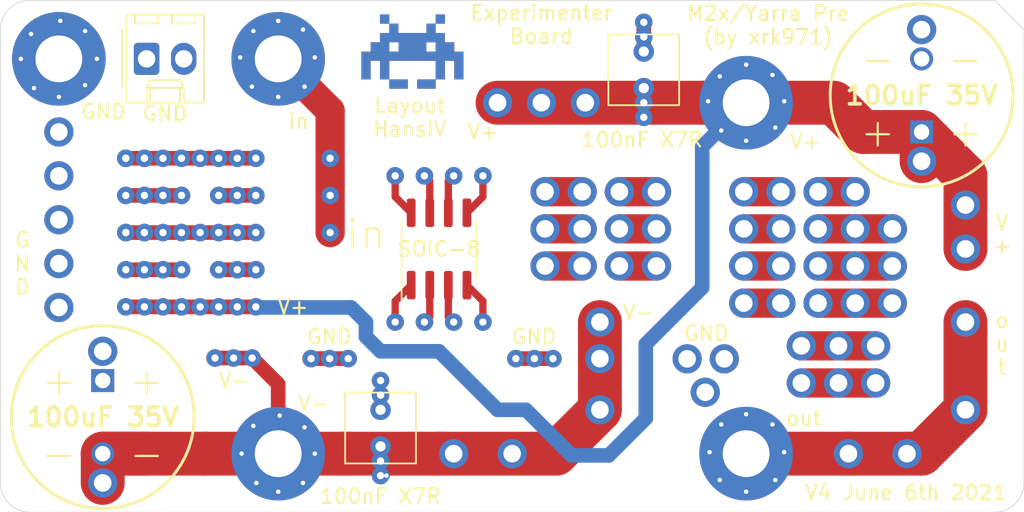
<source format=kicad_pcb>
(kicad_pcb (version 20171130) (host pcbnew "(5.1.9)-1")

  (general
    (thickness 1.6)
    (drawings 31)
    (tracks 131)
    (zones 0)
    (modules 146)
    (nets 6)
  )

  (page A4)
  (layers
    (0 F.Cu signal)
    (31 B.Cu signal)
    (32 B.Adhes user)
    (33 F.Adhes user)
    (34 B.Paste user)
    (35 F.Paste user)
    (36 B.SilkS user hide)
    (37 F.SilkS user)
    (38 B.Mask user hide)
    (39 F.Mask user)
    (40 Dwgs.User user hide)
    (41 Cmts.User user hide)
    (42 Eco1.User user hide)
    (43 Eco2.User user hide)
    (44 Edge.Cuts user)
    (45 Margin user hide)
    (46 B.CrtYd user hide)
    (47 F.CrtYd user hide)
    (48 B.Fab user hide)
    (49 F.Fab user hide)
  )

  (setup
    (last_trace_width 1)
    (user_trace_width 0.5)
    (user_trace_width 1)
    (user_trace_width 2)
    (user_trace_width 3)
    (trace_clearance 0.2)
    (zone_clearance 0.9)
    (zone_45_only no)
    (trace_min 0.2)
    (via_size 0.8)
    (via_drill 0.4)
    (via_min_size 0.4)
    (via_min_drill 0.3)
    (user_via 0.5 0.3)
    (user_via 1 0.3)
    (user_via 3 1)
    (uvia_size 0.3)
    (uvia_drill 0.1)
    (uvias_allowed no)
    (uvia_min_size 0.2)
    (uvia_min_drill 0.1)
    (edge_width 0.05)
    (segment_width 0.2)
    (pcb_text_width 0.3)
    (pcb_text_size 1.5 1.5)
    (mod_edge_width 0.12)
    (mod_text_size 1 1)
    (mod_text_width 0.15)
    (pad_size 2 2)
    (pad_drill 1.2)
    (pad_to_mask_clearance 0)
    (aux_axis_origin 0 0)
    (visible_elements 7FFFEFFF)
    (pcbplotparams
      (layerselection 0x010fc_ffffffff)
      (usegerberextensions false)
      (usegerberattributes true)
      (usegerberadvancedattributes true)
      (creategerberjobfile true)
      (excludeedgelayer true)
      (linewidth 0.100000)
      (plotframeref false)
      (viasonmask false)
      (mode 1)
      (useauxorigin false)
      (hpglpennumber 1)
      (hpglpenspeed 20)
      (hpglpendiameter 15.000000)
      (psnegative false)
      (psa4output false)
      (plotreference true)
      (plotvalue true)
      (plotinvisibletext false)
      (padsonsilk false)
      (subtractmaskfromsilk false)
      (outputformat 1)
      (mirror false)
      (drillshape 0)
      (scaleselection 1)
      (outputdirectory "Gerber"))
  )

  (net 0 "")
  (net 1 "Net-(H3-Pad1)")
  (net 2 "Net-(H4-Pad1)")
  (net 3 GNDREF)
  (net 4 "Net-(C1-Pad2)")
  (net 5 "Net-(C2-Pad1)")

  (net_class Default "This is the default net class."
    (clearance 0.2)
    (trace_width 0.25)
    (via_dia 0.8)
    (via_drill 0.4)
    (uvia_dia 0.3)
    (uvia_drill 0.1)
    (add_net GNDREF)
    (add_net "Net-(C1-Pad2)")
    (add_net "Net-(C2-Pad1)")
    (add_net "Net-(H3-Pad1)")
    (add_net "Net-(H4-Pad1)")
  )

  (module SamacSys_Parts:VIA_1mm (layer F.Cu) (tedit 60BD2A97) (tstamp 60BD2C26)
    (at 83.79 64.5)
    (fp_text reference REF** (at 0 2.54) (layer F.SilkS) hide
      (effects (font (size 1 1) (thickness 0.15)))
    )
    (fp_text value VIA_1mm (at 0 -2.54) (layer F.Fab) hide
      (effects (font (size 1 1) (thickness 0.15)))
    )
    (pad 1 thru_hole circle (at 0 0) (size 1.2 1.2) (drill 0.5) (layers *.Cu *.Mask)
      (net 3 GNDREF))
  )

  (module SamacSys_Parts:VIA_1mm (layer F.Cu) (tedit 60BD2A8B) (tstamp 60BD2C22)
    (at 82.52 64.5)
    (fp_text reference REF** (at 0 2.54) (layer F.SilkS) hide
      (effects (font (size 1 1) (thickness 0.15)))
    )
    (fp_text value VIA_1mm (at 0 -2.54) (layer F.Fab) hide
      (effects (font (size 1 1) (thickness 0.15)))
    )
    (pad 1 thru_hole circle (at 0 0) (size 1.2 1.2) (drill 0.5) (layers *.Cu *.Mask)
      (net 3 GNDREF))
  )

  (module SamacSys_Parts:VIA_1mm (layer F.Cu) (tedit 60BD2A81) (tstamp 60BD2C1E)
    (at 81.25 64.5)
    (fp_text reference REF** (at 0 2.54) (layer F.SilkS) hide
      (effects (font (size 1 1) (thickness 0.15)))
    )
    (fp_text value VIA_1mm (at 0 -2.54) (layer F.Fab) hide
      (effects (font (size 1 1) (thickness 0.15)))
    )
    (pad 1 thru_hole circle (at 0 0) (size 1.2 1.2) (drill 0.5) (layers *.Cu *.Mask)
      (net 3 GNDREF))
  )

  (module SamacSys_Parts:VIA_1mm (layer F.Cu) (tedit 60BCBF95) (tstamp 60BCE153)
    (at 71.12 53.34)
    (fp_text reference REF** (at 0 2.54) (layer F.SilkS) hide
      (effects (font (size 1 1) (thickness 0.15)))
    )
    (fp_text value VIA_1mm (at 0 -2.54) (layer F.Fab) hide
      (effects (font (size 1 1) (thickness 0.15)))
    )
    (pad 1 thru_hole circle (at 0 0) (size 1.2 1.2) (drill 0.5) (layers *.Cu *.Mask))
  )

  (module SamacSys_Parts:VIA_1mm (layer F.Cu) (tedit 60BCBF95) (tstamp 60BCE14F)
    (at 69.85 53.34)
    (fp_text reference REF** (at 0 2.54) (layer F.SilkS) hide
      (effects (font (size 1 1) (thickness 0.15)))
    )
    (fp_text value VIA_1mm (at 0 -2.54) (layer F.Fab) hide
      (effects (font (size 1 1) (thickness 0.15)))
    )
    (pad 1 thru_hole circle (at 0 0) (size 1.2 1.2) (drill 0.5) (layers *.Cu *.Mask))
  )

  (module SamacSys_Parts:VIA_1mm (layer F.Cu) (tedit 60BCBF95) (tstamp 60BCE14B)
    (at 68.58 53.34)
    (fp_text reference REF** (at 0 2.54) (layer F.SilkS) hide
      (effects (font (size 1 1) (thickness 0.15)))
    )
    (fp_text value VIA_1mm (at 0 -2.54) (layer F.Fab) hide
      (effects (font (size 1 1) (thickness 0.15)))
    )
    (pad 1 thru_hole circle (at 0 0) (size 1.2 1.2) (drill 0.5) (layers *.Cu *.Mask))
  )

  (module SamacSys_Parts:VIA_1mm (layer F.Cu) (tedit 60BCBF95) (tstamp 60BCE147)
    (at 72.39 53.34)
    (fp_text reference REF** (at 0 2.54) (layer F.SilkS) hide
      (effects (font (size 1 1) (thickness 0.15)))
    )
    (fp_text value VIA_1mm (at 0 -2.54) (layer F.Fab) hide
      (effects (font (size 1 1) (thickness 0.15)))
    )
    (pad 1 thru_hole circle (at 0 0) (size 1.2 1.2) (drill 0.5) (layers *.Cu *.Mask))
  )

  (module SamacSys_Parts:VIA_1mm (layer F.Cu) (tedit 60BCBF95) (tstamp 60BCE143)
    (at 76.2 53.34)
    (fp_text reference REF** (at 0 2.54) (layer F.SilkS) hide
      (effects (font (size 1 1) (thickness 0.15)))
    )
    (fp_text value VIA_1mm (at 0 -2.54) (layer F.Fab) hide
      (effects (font (size 1 1) (thickness 0.15)))
    )
    (pad 1 thru_hole circle (at 0 0) (size 1.2 1.2) (drill 0.5) (layers *.Cu *.Mask))
  )

  (module SamacSys_Parts:VIA_1mm (layer F.Cu) (tedit 60BCBF95) (tstamp 60BCE13F)
    (at 74.93 53.34)
    (fp_text reference REF** (at 0 2.54) (layer F.SilkS) hide
      (effects (font (size 1 1) (thickness 0.15)))
    )
    (fp_text value VIA_1mm (at 0 -2.54) (layer F.Fab) hide
      (effects (font (size 1 1) (thickness 0.15)))
    )
    (pad 1 thru_hole circle (at 0 0) (size 1.2 1.2) (drill 0.5) (layers *.Cu *.Mask))
  )

  (module SamacSys_Parts:VIA_1mm (layer F.Cu) (tedit 60BCBF95) (tstamp 60BCE13B)
    (at 77.47 53.34)
    (fp_text reference REF** (at 0 2.54) (layer F.SilkS) hide
      (effects (font (size 1 1) (thickness 0.15)))
    )
    (fp_text value VIA_1mm (at 0 -2.54) (layer F.Fab) hide
      (effects (font (size 1 1) (thickness 0.15)))
    )
    (pad 1 thru_hole circle (at 0 0) (size 1.2 1.2) (drill 0.5) (layers *.Cu *.Mask))
  )

  (module SamacSys_Parts:VIA_2mm (layer F.Cu) (tedit 60BD2AD8) (tstamp 60BCDF60)
    (at 108.204 66.802)
    (fp_text reference REF** (at 0 2.54) (layer F.SilkS) hide
      (effects (font (size 1 1) (thickness 0.15)))
    )
    (fp_text value VIA_2mm (at 0 -2.54) (layer F.Fab) hide
      (effects (font (size 1 1) (thickness 0.15)))
    )
    (pad 1 thru_hole circle (at 0 0) (size 2 2) (drill 1.2) (layers *.Cu *.Mask)
      (net 3 GNDREF))
  )

  (module SamacSys_Parts:Space_invader_Classic_Small (layer F.Cu) (tedit 60BCB1B2) (tstamp 60BCD207)
    (at 87.865 43.5)
    (attr smd)
    (fp_text reference REF** (at 0 0.5) (layer F.SilkS) hide
      (effects (font (size 1 1) (thickness 0.15)))
    )
    (fp_text value Space_invader_Classic_Small (at 0 -0.5) (layer F.Fab) hide
      (effects (font (size 1 1) (thickness 0.15)))
    )
    (pad 1 smd rect (at -1.27 1.905) (size 0.635 0.635) (drill (offset 0.3175 0.3175)) (layers F.Cu F.Paste F.Mask))
    (pad 1 smd rect (at -0.635 1.905) (size 0.635 0.635) (drill (offset 0.3175 0.3175)) (layers F.Cu F.Paste F.Mask))
    (pad 1 smd rect (at 0.635 1.905) (size 0.635 0.635) (drill (offset 0.3175 0.3175)) (layers F.Cu F.Paste F.Mask))
    (pad 1 smd rect (at 1.27 1.905) (size 0.635 0.635) (drill (offset 0.3175 0.3175)) (layers F.Cu F.Paste F.Mask))
    (pad 1 smd rect (at 1.905 1.27) (size 0.635 0.635) (drill (offset 0.3175 0.3175)) (layers F.Cu F.Paste F.Mask))
    (pad 1 smd rect (at 1.905 0.635) (size 0.635 0.635) (drill (offset 0.3175 0.3175)) (layers F.Cu F.Paste F.Mask))
    (pad 1 smd rect (at -1.905 1.27) (size 0.635 0.635) (drill (offset 0.3175 0.3175)) (layers F.Cu F.Paste F.Mask))
    (pad 1 smd rect (at -1.905 0.635) (size 0.635 0.635) (drill (offset 0.3175 0.3175)) (layers F.Cu F.Paste F.Mask))
    (pad 1 smd rect (at -3.175 1.27) (size 0.635 0.635) (drill (offset 0.3175 0.3175)) (layers F.Cu F.Paste F.Mask))
    (pad 1 smd rect (at -3.175 0.635) (size 0.635 0.635) (drill (offset 0.3175 0.3175)) (layers F.Cu F.Paste F.Mask))
    (pad 1 smd rect (at 3.175 1.27) (size 0.635 0.635) (drill (offset 0.3175 0.3175)) (layers F.Cu F.Paste F.Mask))
    (pad 1 smd rect (at 3.175 0.635) (size 0.635 0.635) (drill (offset 0.3175 0.3175)) (layers F.Cu F.Paste F.Mask))
    (pad 1 smd rect (at 3.175 0) (size 0.635 0.635) (drill (offset 0.3175 0.3175)) (layers F.Cu F.Paste F.Mask))
    (pad 1 smd rect (at 2.54 0) (size 0.635 0.635) (drill (offset 0.3175 0.3175)) (layers F.Cu F.Paste F.Mask))
    (pad 1 smd rect (at 1.905 0) (size 0.635 0.635) (drill (offset 0.3175 0.3175)) (layers F.Cu F.Paste F.Mask))
    (pad 1 smd rect (at 1.27 0) (size 0.635 0.635) (drill (offset 0.3175 0.3175)) (layers F.Cu F.Paste F.Mask))
    (pad 1 smd rect (at 0.635 0) (size 0.635 0.635) (drill (offset 0.3175 0.3175)) (layers F.Cu F.Paste F.Mask))
    (pad 1 smd rect (at 0 0) (size 0.635 0.635) (drill (offset 0.3175 0.3175)) (layers F.Cu F.Paste F.Mask))
    (pad 1 smd rect (at -0.635 0) (size 0.635 0.635) (drill (offset 0.3175 0.3175)) (layers F.Cu F.Paste F.Mask))
    (pad 1 smd rect (at -1.27 0) (size 0.635 0.635) (drill (offset 0.3175 0.3175)) (layers F.Cu F.Paste F.Mask))
    (pad 1 smd rect (at -1.905 0) (size 0.635 0.635) (drill (offset 0.3175 0.3175)) (layers F.Cu F.Paste F.Mask))
    (pad 1 smd rect (at -2.54 0) (size 0.635 0.635) (drill (offset 0.3175 0.3175)) (layers F.Cu F.Paste F.Mask))
    (pad 1 smd rect (at -3.175 0) (size 0.635 0.635) (drill (offset 0.3175 0.3175)) (layers F.Cu F.Paste F.Mask))
    (pad 1 smd rect (at -1.905 -2.54) (size 0.635 0.635) (drill (offset 0.3175 0.3175)) (layers F.Cu F.Paste F.Mask))
    (pad 1 smd rect (at 1.905 -2.54) (size 0.635 0.635) (drill (offset 0.3175 0.3175)) (layers F.Cu F.Paste F.Mask))
    (pad 1 smd rect (at 1.27 -1.905) (size 0.635 0.635) (drill (offset 0.3175 0.3175)) (layers F.Cu F.Paste F.Mask))
    (pad 1 smd rect (at -1.27 -1.905) (size 0.635 0.635) (drill (offset 0.3175 0.3175)) (layers F.Cu F.Paste F.Mask))
    (pad 1 smd rect (at 1.905 -1.27) (size 0.635 0.635) (drill (offset 0.3175 0.3175)) (layers F.Cu F.Paste F.Mask))
    (pad 1 smd rect (at 1.27 -1.27) (size 0.635 0.635) (drill (offset 0.3175 0.3175)) (layers F.Cu F.Paste F.Mask))
    (pad 1 smd rect (at 0.635 -1.27) (size 0.635 0.635) (drill (offset 0.3175 0.3175)) (layers F.Cu F.Paste F.Mask))
    (pad 1 smd rect (at 0 -1.27) (size 0.635 0.635) (drill (offset 0.3175 0.3175)) (layers F.Cu F.Paste F.Mask))
    (pad 1 smd rect (at -0.635 -1.27) (size 0.635 0.635) (drill (offset 0.3175 0.3175)) (layers F.Cu F.Paste F.Mask))
    (pad 1 smd rect (at -1.27 -1.27) (size 0.635 0.635) (drill (offset 0.3175 0.3175)) (layers F.Cu F.Paste F.Mask))
    (pad 1 smd rect (at -1.905 -1.27) (size 0.635 0.635) (drill (offset 0.3175 0.3175)) (layers F.Cu F.Paste F.Mask))
    (pad 1 smd rect (at -2.54 -0.635) (size 0.635 0.635) (drill (offset 0.3175 0.3175)) (layers F.Cu F.Paste F.Mask))
    (pad 1 smd rect (at -1.905 -0.635) (size 0.635 0.635) (drill (offset 0.3175 0.3175)) (layers F.Cu F.Paste F.Mask))
    (pad 1 smd rect (at 2.54 -0.635) (size 0.635 0.635) (drill (offset 0.3175 0.3175)) (layers F.Cu F.Paste F.Mask))
    (pad 1 smd rect (at 1.905 -0.635) (size 0.635 0.635) (drill (offset 0.3175 0.3175)) (layers F.Cu F.Paste F.Mask))
    (pad 1 smd rect (at -0.635 -0.635) (size 0.635 0.635) (drill (offset 0.3175 0.3175)) (layers F.Cu F.Paste F.Mask))
    (pad 1 smd rect (at 0.635 -0.635) (size 0.635 0.635) (drill (offset 0.3175 0.3175)) (layers F.Cu F.Paste F.Mask))
    (pad 1 smd rect (at 0 -0.635) (size 0.635 0.635) (drill (offset 0.3175 0.3175)) (layers F.Cu F.Paste F.Mask))
  )

  (module SamacSys_Parts:Space_invader_Classic_Small (layer B.Cu) (tedit 60BCB1B2) (tstamp 60BCD1DA)
    (at 88.5 43.5 180)
    (attr smd)
    (fp_text reference REF** (at 0 -0.5) (layer B.SilkS) hide
      (effects (font (size 1 1) (thickness 0.15)) (justify mirror))
    )
    (fp_text value Space_invader_Classic_Small (at 0 0.5) (layer B.Fab) hide
      (effects (font (size 1 1) (thickness 0.15)) (justify mirror))
    )
    (pad 1 smd rect (at -1.27 -1.905 180) (size 0.635 0.635) (drill (offset 0.3175 -0.3175)) (layers B.Cu B.Paste B.Mask))
    (pad 1 smd rect (at -0.635 -1.905 180) (size 0.635 0.635) (drill (offset 0.3175 -0.3175)) (layers B.Cu B.Paste B.Mask))
    (pad 1 smd rect (at 0.635 -1.905 180) (size 0.635 0.635) (drill (offset 0.3175 -0.3175)) (layers B.Cu B.Paste B.Mask))
    (pad 1 smd rect (at 1.27 -1.905 180) (size 0.635 0.635) (drill (offset 0.3175 -0.3175)) (layers B.Cu B.Paste B.Mask))
    (pad 1 smd rect (at 1.905 -1.27 180) (size 0.635 0.635) (drill (offset 0.3175 -0.3175)) (layers B.Cu B.Paste B.Mask))
    (pad 1 smd rect (at 1.905 -0.635 180) (size 0.635 0.635) (drill (offset 0.3175 -0.3175)) (layers B.Cu B.Paste B.Mask))
    (pad 1 smd rect (at -1.905 -1.27 180) (size 0.635 0.635) (drill (offset 0.3175 -0.3175)) (layers B.Cu B.Paste B.Mask))
    (pad 1 smd rect (at -1.905 -0.635 180) (size 0.635 0.635) (drill (offset 0.3175 -0.3175)) (layers B.Cu B.Paste B.Mask))
    (pad 1 smd rect (at -3.175 -1.27 180) (size 0.635 0.635) (drill (offset 0.3175 -0.3175)) (layers B.Cu B.Paste B.Mask))
    (pad 1 smd rect (at -3.175 -0.635 180) (size 0.635 0.635) (drill (offset 0.3175 -0.3175)) (layers B.Cu B.Paste B.Mask))
    (pad 1 smd rect (at 3.175 -1.27 180) (size 0.635 0.635) (drill (offset 0.3175 -0.3175)) (layers B.Cu B.Paste B.Mask))
    (pad 1 smd rect (at 3.175 -0.635 180) (size 0.635 0.635) (drill (offset 0.3175 -0.3175)) (layers B.Cu B.Paste B.Mask))
    (pad 1 smd rect (at 3.175 0 180) (size 0.635 0.635) (drill (offset 0.3175 -0.3175)) (layers B.Cu B.Paste B.Mask))
    (pad 1 smd rect (at 2.54 0 180) (size 0.635 0.635) (drill (offset 0.3175 -0.3175)) (layers B.Cu B.Paste B.Mask))
    (pad 1 smd rect (at 1.905 0 180) (size 0.635 0.635) (drill (offset 0.3175 -0.3175)) (layers B.Cu B.Paste B.Mask))
    (pad 1 smd rect (at 1.27 0 180) (size 0.635 0.635) (drill (offset 0.3175 -0.3175)) (layers B.Cu B.Paste B.Mask))
    (pad 1 smd rect (at 0.635 0 180) (size 0.635 0.635) (drill (offset 0.3175 -0.3175)) (layers B.Cu B.Paste B.Mask))
    (pad 1 smd rect (at 0 0 180) (size 0.635 0.635) (drill (offset 0.3175 -0.3175)) (layers B.Cu B.Paste B.Mask))
    (pad 1 smd rect (at -0.635 0 180) (size 0.635 0.635) (drill (offset 0.3175 -0.3175)) (layers B.Cu B.Paste B.Mask))
    (pad 1 smd rect (at -1.27 0 180) (size 0.635 0.635) (drill (offset 0.3175 -0.3175)) (layers B.Cu B.Paste B.Mask))
    (pad 1 smd rect (at -1.905 0 180) (size 0.635 0.635) (drill (offset 0.3175 -0.3175)) (layers B.Cu B.Paste B.Mask))
    (pad 1 smd rect (at -2.54 0 180) (size 0.635 0.635) (drill (offset 0.3175 -0.3175)) (layers B.Cu B.Paste B.Mask))
    (pad 1 smd rect (at -3.175 0 180) (size 0.635 0.635) (drill (offset 0.3175 -0.3175)) (layers B.Cu B.Paste B.Mask))
    (pad 1 smd rect (at -1.905 2.54 180) (size 0.635 0.635) (drill (offset 0.3175 -0.3175)) (layers B.Cu B.Paste B.Mask))
    (pad 1 smd rect (at 1.905 2.54 180) (size 0.635 0.635) (drill (offset 0.3175 -0.3175)) (layers B.Cu B.Paste B.Mask))
    (pad 1 smd rect (at 1.27 1.905 180) (size 0.635 0.635) (drill (offset 0.3175 -0.3175)) (layers B.Cu B.Paste B.Mask))
    (pad 1 smd rect (at -1.27 1.905 180) (size 0.635 0.635) (drill (offset 0.3175 -0.3175)) (layers B.Cu B.Paste B.Mask))
    (pad 1 smd rect (at 1.905 1.27 180) (size 0.635 0.635) (drill (offset 0.3175 -0.3175)) (layers B.Cu B.Paste B.Mask))
    (pad 1 smd rect (at 1.27 1.27 180) (size 0.635 0.635) (drill (offset 0.3175 -0.3175)) (layers B.Cu B.Paste B.Mask))
    (pad 1 smd rect (at 0.635 1.27 180) (size 0.635 0.635) (drill (offset 0.3175 -0.3175)) (layers B.Cu B.Paste B.Mask))
    (pad 1 smd rect (at 0 1.27 180) (size 0.635 0.635) (drill (offset 0.3175 -0.3175)) (layers B.Cu B.Paste B.Mask))
    (pad 1 smd rect (at -0.635 1.27 180) (size 0.635 0.635) (drill (offset 0.3175 -0.3175)) (layers B.Cu B.Paste B.Mask))
    (pad 1 smd rect (at -1.27 1.27 180) (size 0.635 0.635) (drill (offset 0.3175 -0.3175)) (layers B.Cu B.Paste B.Mask))
    (pad 1 smd rect (at -1.905 1.27 180) (size 0.635 0.635) (drill (offset 0.3175 -0.3175)) (layers B.Cu B.Paste B.Mask))
    (pad 1 smd rect (at -2.54 0.635 180) (size 0.635 0.635) (drill (offset 0.3175 -0.3175)) (layers B.Cu B.Paste B.Mask))
    (pad 1 smd rect (at -1.905 0.635 180) (size 0.635 0.635) (drill (offset 0.3175 -0.3175)) (layers B.Cu B.Paste B.Mask))
    (pad 1 smd rect (at 2.54 0.635 180) (size 0.635 0.635) (drill (offset 0.3175 -0.3175)) (layers B.Cu B.Paste B.Mask))
    (pad 1 smd rect (at 1.905 0.635 180) (size 0.635 0.635) (drill (offset 0.3175 -0.3175)) (layers B.Cu B.Paste B.Mask))
    (pad 1 smd rect (at -0.635 0.635 180) (size 0.635 0.635) (drill (offset 0.3175 -0.3175)) (layers B.Cu B.Paste B.Mask))
    (pad 1 smd rect (at 0.635 0.635 180) (size 0.635 0.635) (drill (offset 0.3175 -0.3175)) (layers B.Cu B.Paste B.Mask))
    (pad 1 smd rect (at 0 0.635 180) (size 0.635 0.635) (drill (offset 0.3175 -0.3175)) (layers B.Cu B.Paste B.Mask))
  )

  (module SamacSys_Parts:VIA_1mm (layer F.Cu) (tedit 60BCBF95) (tstamp 60BC11E3)
    (at 77.47 60.96)
    (fp_text reference REF** (at 0 2.54) (layer F.SilkS) hide
      (effects (font (size 1 1) (thickness 0.15)))
    )
    (fp_text value VIA_1mm (at 0 -2.54) (layer F.Fab) hide
      (effects (font (size 1 1) (thickness 0.15)))
    )
    (pad 1 thru_hole circle (at 0 0) (size 1.2 1.2) (drill 0.5) (layers *.Cu *.Mask)
      (net 5 "Net-(C2-Pad1)"))
  )

  (module SamacSys_Parts:VIA_1mm (layer F.Cu) (tedit 60BCBF95) (tstamp 60BC11DB)
    (at 76.2 60.96)
    (fp_text reference REF** (at 0 2.54) (layer F.SilkS) hide
      (effects (font (size 1 1) (thickness 0.15)))
    )
    (fp_text value VIA_1mm (at 0 -2.54) (layer F.Fab) hide
      (effects (font (size 1 1) (thickness 0.15)))
    )
    (pad 1 thru_hole circle (at 0 0) (size 1.2 1.2) (drill 0.5) (layers *.Cu *.Mask)
      (net 5 "Net-(C2-Pad1)"))
  )

  (module SamacSys_Parts:VIA_1mm (layer F.Cu) (tedit 60BCBF95) (tstamp 60BC11D3)
    (at 74.93 60.96)
    (fp_text reference REF** (at 0 2.54) (layer F.SilkS) hide
      (effects (font (size 1 1) (thickness 0.15)))
    )
    (fp_text value VIA_1mm (at 0 -2.54) (layer F.Fab) hide
      (effects (font (size 1 1) (thickness 0.15)))
    )
    (pad 1 thru_hole circle (at 0 0) (size 1.2 1.2) (drill 0.5) (layers *.Cu *.Mask)
      (net 5 "Net-(C2-Pad1)"))
  )

  (module SamacSys_Parts:VIA_1mm (layer F.Cu) (tedit 60BCBF95) (tstamp 60BC11CB)
    (at 73.66 60.96)
    (fp_text reference REF** (at 0 2.54) (layer F.SilkS) hide
      (effects (font (size 1 1) (thickness 0.15)))
    )
    (fp_text value VIA_1mm (at 0 -2.54) (layer F.Fab) hide
      (effects (font (size 1 1) (thickness 0.15)))
    )
    (pad 1 thru_hole circle (at 0 0) (size 1.2 1.2) (drill 0.5) (layers *.Cu *.Mask)
      (net 5 "Net-(C2-Pad1)"))
  )

  (module SamacSys_Parts:VIA_1mm (layer F.Cu) (tedit 60BCBF95) (tstamp 60BC11C3)
    (at 72.39 60.96)
    (fp_text reference REF** (at 0 2.54) (layer F.SilkS) hide
      (effects (font (size 1 1) (thickness 0.15)))
    )
    (fp_text value VIA_1mm (at 0 -2.54) (layer F.Fab) hide
      (effects (font (size 1 1) (thickness 0.15)))
    )
    (pad 1 thru_hole circle (at 0 0) (size 1.2 1.2) (drill 0.5) (layers *.Cu *.Mask)
      (net 5 "Net-(C2-Pad1)"))
  )

  (module SamacSys_Parts:VIA_1mm (layer F.Cu) (tedit 60BCBF95) (tstamp 60BC11BB)
    (at 71.12 60.96)
    (fp_text reference REF** (at 0 2.54) (layer F.SilkS) hide
      (effects (font (size 1 1) (thickness 0.15)))
    )
    (fp_text value VIA_1mm (at 0 -2.54) (layer F.Fab) hide
      (effects (font (size 1 1) (thickness 0.15)))
    )
    (pad 1 thru_hole circle (at 0 0) (size 1.2 1.2) (drill 0.5) (layers *.Cu *.Mask)
      (net 5 "Net-(C2-Pad1)"))
  )

  (module SamacSys_Parts:VIA_1mm (layer F.Cu) (tedit 60BCBF95) (tstamp 60BC11B3)
    (at 69.85 60.96)
    (fp_text reference REF** (at 0 2.54) (layer F.SilkS) hide
      (effects (font (size 1 1) (thickness 0.15)))
    )
    (fp_text value VIA_1mm (at 0 -2.54) (layer F.Fab) hide
      (effects (font (size 1 1) (thickness 0.15)))
    )
    (pad 1 thru_hole circle (at 0 0) (size 1.2 1.2) (drill 0.5) (layers *.Cu *.Mask)
      (net 5 "Net-(C2-Pad1)"))
  )

  (module SamacSys_Parts:VIA_2mm (layer F.Cu) (tedit 60BCBFA9) (tstamp 60BC105F)
    (at 91 71)
    (fp_text reference REF** (at 0 2.54) (layer F.SilkS) hide
      (effects (font (size 1 1) (thickness 0.15)))
    )
    (fp_text value VIA_2mm (at 0 -2.54) (layer F.Fab) hide
      (effects (font (size 1 1) (thickness 0.15)))
    )
    (pad 1 thru_hole circle (at 0 0) (size 2 2) (drill 1.2) (layers *.Cu *.Mask)
      (net 4 "Net-(C1-Pad2)"))
  )

  (module SamacSys_Parts:VIA_2mm (layer F.Cu) (tedit 60BCBFA9) (tstamp 60BC0CE3)
    (at 119.856 66.167)
    (fp_text reference REF** (at 0 2.54) (layer F.SilkS) hide
      (effects (font (size 1 1) (thickness 0.15)))
    )
    (fp_text value VIA_2mm (at 0 -2.54) (layer F.Fab) hide
      (effects (font (size 1 1) (thickness 0.15)))
    )
    (pad 1 thru_hole circle (at 0 0) (size 2 2) (drill 1.2) (layers *.Cu *.Mask))
  )

  (module SamacSys_Parts:VIA_2mm (layer F.Cu) (tedit 60BCBFA9) (tstamp 60BC0CDF)
    (at 119.856 63.627)
    (fp_text reference REF** (at 0 2.54) (layer F.SilkS) hide
      (effects (font (size 1 1) (thickness 0.15)))
    )
    (fp_text value VIA_2mm (at 0 -2.54) (layer F.Fab) hide
      (effects (font (size 1 1) (thickness 0.15)))
    )
    (pad 1 thru_hole circle (at 0 0) (size 2 2) (drill 1.2) (layers *.Cu *.Mask))
  )

  (module SamacSys_Parts:VIA_2mm (layer F.Cu) (tedit 60BCBFA9) (tstamp 60BC0CDB)
    (at 120.999 60.706)
    (fp_text reference REF** (at 0 2.54) (layer F.SilkS) hide
      (effects (font (size 1 1) (thickness 0.15)))
    )
    (fp_text value VIA_2mm (at 0 -2.54) (layer F.Fab) hide
      (effects (font (size 1 1) (thickness 0.15)))
    )
    (pad 1 thru_hole circle (at 0 0) (size 2 2) (drill 1.2) (layers *.Cu *.Mask))
  )

  (module SamacSys_Parts:VIA_2mm (layer F.Cu) (tedit 60BCBFA9) (tstamp 60BC0CD7)
    (at 120.999 55.626)
    (fp_text reference REF** (at 0 2.54) (layer F.SilkS) hide
      (effects (font (size 1 1) (thickness 0.15)))
    )
    (fp_text value VIA_2mm (at 0 -2.54) (layer F.Fab) hide
      (effects (font (size 1 1) (thickness 0.15)))
    )
    (pad 1 thru_hole circle (at 0 0) (size 2 2) (drill 1.2) (layers *.Cu *.Mask))
  )

  (module SamacSys_Parts:VIA_2mm (layer F.Cu) (tedit 60BCBFA9) (tstamp 60BC0CD3)
    (at 120.999 58.166)
    (fp_text reference REF** (at 0 2.54) (layer F.SilkS) hide
      (effects (font (size 1 1) (thickness 0.15)))
    )
    (fp_text value VIA_2mm (at 0 -2.54) (layer F.Fab) hide
      (effects (font (size 1 1) (thickness 0.15)))
    )
    (pad 1 thru_hole circle (at 0 0) (size 2 2) (drill 1.2) (layers *.Cu *.Mask))
  )

  (module SamacSys_Parts:VIA_2mm (layer F.Cu) (tedit 60BCBFA9) (tstamp 60BC0CBD)
    (at 114.776 66.167)
    (fp_text reference REF** (at 0 2.54) (layer F.SilkS) hide
      (effects (font (size 1 1) (thickness 0.15)))
    )
    (fp_text value VIA_2mm (at 0 -2.54) (layer F.Fab) hide
      (effects (font (size 1 1) (thickness 0.15)))
    )
    (pad 1 thru_hole circle (at 0 0) (size 2 2) (drill 1.2) (layers *.Cu *.Mask))
  )

  (module SamacSys_Parts:VIA_2mm (layer F.Cu) (tedit 60BCBFA9) (tstamp 60BC0CB9)
    (at 117.316 66.167)
    (fp_text reference REF** (at 0 2.54) (layer F.SilkS) hide
      (effects (font (size 1 1) (thickness 0.15)))
    )
    (fp_text value VIA_2mm (at 0 -2.54) (layer F.Fab) hide
      (effects (font (size 1 1) (thickness 0.15)))
    )
    (pad 1 thru_hole circle (at 0 0) (size 2 2) (drill 1.2) (layers *.Cu *.Mask))
  )

  (module SamacSys_Parts:VIA_2mm (layer F.Cu) (tedit 60BD2AC5) (tstamp 60BC0CA9)
    (at 109.506 64.516)
    (fp_text reference REF** (at 0 2.54) (layer F.SilkS) hide
      (effects (font (size 1 1) (thickness 0.15)))
    )
    (fp_text value VIA_2mm (at 0 -2.54) (layer F.Fab) hide
      (effects (font (size 1 1) (thickness 0.15)))
    )
    (pad 1 thru_hole circle (at 0 0) (size 2 2) (drill 1.2) (layers *.Cu *.Mask)
      (net 3 GNDREF))
  )

  (module SamacSys_Parts:VIA_2mm (layer F.Cu) (tedit 60BCBFA9) (tstamp 60BC0CA5)
    (at 114.776 63.627)
    (fp_text reference REF** (at 0 2.54) (layer F.SilkS) hide
      (effects (font (size 1 1) (thickness 0.15)))
    )
    (fp_text value VIA_2mm (at 0 -2.54) (layer F.Fab) hide
      (effects (font (size 1 1) (thickness 0.15)))
    )
    (pad 1 thru_hole circle (at 0 0) (size 2 2) (drill 1.2) (layers *.Cu *.Mask))
  )

  (module SamacSys_Parts:VIA_2mm (layer F.Cu) (tedit 60BCBFA9) (tstamp 60BC0CA1)
    (at 117.316 63.627)
    (fp_text reference REF** (at 0 2.54) (layer F.SilkS) hide
      (effects (font (size 1 1) (thickness 0.15)))
    )
    (fp_text value VIA_2mm (at 0 -2.54) (layer F.Fab) hide
      (effects (font (size 1 1) (thickness 0.15)))
    )
    (pad 1 thru_hole circle (at 0 0) (size 2 2) (drill 1.2) (layers *.Cu *.Mask))
  )

  (module SamacSys_Parts:VIA_2mm (layer F.Cu) (tedit 60BCBFA9) (tstamp 60BC0C91)
    (at 113.379 60.706)
    (fp_text reference REF** (at 0 2.54) (layer F.SilkS) hide
      (effects (font (size 1 1) (thickness 0.15)))
    )
    (fp_text value VIA_2mm (at 0 -2.54) (layer F.Fab) hide
      (effects (font (size 1 1) (thickness 0.15)))
    )
    (pad 1 thru_hole circle (at 0 0) (size 2 2) (drill 1.2) (layers *.Cu *.Mask))
  )

  (module SamacSys_Parts:VIA_2mm (layer F.Cu) (tedit 60BCBFA9) (tstamp 60BC0C8D)
    (at 115.919 60.706)
    (fp_text reference REF** (at 0 2.54) (layer F.SilkS) hide
      (effects (font (size 1 1) (thickness 0.15)))
    )
    (fp_text value VIA_2mm (at 0 -2.54) (layer F.Fab) hide
      (effects (font (size 1 1) (thickness 0.15)))
    )
    (pad 1 thru_hole circle (at 0 0) (size 2 2) (drill 1.2) (layers *.Cu *.Mask))
  )

  (module SamacSys_Parts:VIA_2mm (layer F.Cu) (tedit 60BCBFA9) (tstamp 60BC0C89)
    (at 118.459 60.706)
    (fp_text reference REF** (at 0 2.54) (layer F.SilkS) hide
      (effects (font (size 1 1) (thickness 0.15)))
    )
    (fp_text value VIA_2mm (at 0 -2.54) (layer F.Fab) hide
      (effects (font (size 1 1) (thickness 0.15)))
    )
    (pad 1 thru_hole circle (at 0 0) (size 2 2) (drill 1.2) (layers *.Cu *.Mask))
  )

  (module SamacSys_Parts:VIA_2mm (layer F.Cu) (tedit 60BCBFA9) (tstamp 60BC0C79)
    (at 113.379 58.166)
    (fp_text reference REF** (at 0 2.54) (layer F.SilkS) hide
      (effects (font (size 1 1) (thickness 0.15)))
    )
    (fp_text value VIA_2mm (at 0 -2.54) (layer F.Fab) hide
      (effects (font (size 1 1) (thickness 0.15)))
    )
    (pad 1 thru_hole circle (at 0 0) (size 2 2) (drill 1.2) (layers *.Cu *.Mask))
  )

  (module SamacSys_Parts:VIA_2mm (layer F.Cu) (tedit 60BCBFA9) (tstamp 60BC0C75)
    (at 115.919 58.166)
    (fp_text reference REF** (at 0 2.54) (layer F.SilkS) hide
      (effects (font (size 1 1) (thickness 0.15)))
    )
    (fp_text value VIA_2mm (at 0 -2.54) (layer F.Fab) hide
      (effects (font (size 1 1) (thickness 0.15)))
    )
    (pad 1 thru_hole circle (at 0 0) (size 2 2) (drill 1.2) (layers *.Cu *.Mask))
  )

  (module SamacSys_Parts:VIA_2mm (layer F.Cu) (tedit 60BCBFA9) (tstamp 60BC0C71)
    (at 118.459 58.166)
    (fp_text reference REF** (at 0 2.54) (layer F.SilkS) hide
      (effects (font (size 1 1) (thickness 0.15)))
    )
    (fp_text value VIA_2mm (at 0 -2.54) (layer F.Fab) hide
      (effects (font (size 1 1) (thickness 0.15)))
    )
    (pad 1 thru_hole circle (at 0 0) (size 2 2) (drill 1.2) (layers *.Cu *.Mask))
  )

  (module SamacSys_Parts:VIA_2mm (layer F.Cu) (tedit 60BCBFA9) (tstamp 60BC0C61)
    (at 113.379 55.626)
    (fp_text reference REF** (at 0 2.54) (layer F.SilkS) hide
      (effects (font (size 1 1) (thickness 0.15)))
    )
    (fp_text value VIA_2mm (at 0 -2.54) (layer F.Fab) hide
      (effects (font (size 1 1) (thickness 0.15)))
    )
    (pad 1 thru_hole circle (at 0 0) (size 2 2) (drill 1.2) (layers *.Cu *.Mask))
  )

  (module SamacSys_Parts:VIA_2mm (layer F.Cu) (tedit 60BCBFA9) (tstamp 60BC0C5D)
    (at 115.919 55.626)
    (fp_text reference REF** (at 0 2.54) (layer F.SilkS) hide
      (effects (font (size 1 1) (thickness 0.15)))
    )
    (fp_text value VIA_2mm (at 0 -2.54) (layer F.Fab) hide
      (effects (font (size 1 1) (thickness 0.15)))
    )
    (pad 1 thru_hole circle (at 0 0) (size 2 2) (drill 1.2) (layers *.Cu *.Mask))
  )

  (module SamacSys_Parts:VIA_2mm (layer F.Cu) (tedit 60BCBFA9) (tstamp 60BC0C59)
    (at 118.459 55.626)
    (fp_text reference REF** (at 0 2.54) (layer F.SilkS) hide
      (effects (font (size 1 1) (thickness 0.15)))
    )
    (fp_text value VIA_2mm (at 0 -2.54) (layer F.Fab) hide
      (effects (font (size 1 1) (thickness 0.15)))
    )
    (pad 1 thru_hole circle (at 0 0) (size 2 2) (drill 1.2) (layers *.Cu *.Mask))
  )

  (module SamacSys_Parts:VIA_2mm (layer F.Cu) (tedit 60BCBFA9) (tstamp 60BC0C31)
    (at 104.87 53.086)
    (fp_text reference REF** (at 0 2.54) (layer F.SilkS) hide
      (effects (font (size 1 1) (thickness 0.15)))
    )
    (fp_text value VIA_2mm (at 0 -2.54) (layer F.Fab) hide
      (effects (font (size 1 1) (thickness 0.15)))
    )
    (pad 1 thru_hole circle (at 0 0) (size 2 2) (drill 1.2) (layers *.Cu *.Mask))
  )

  (module SamacSys_Parts:VIA_2mm (layer F.Cu) (tedit 60BCBFA9) (tstamp 60BC0C2D)
    (at 104.87 58.166)
    (fp_text reference REF** (at 0 2.54) (layer F.SilkS) hide
      (effects (font (size 1 1) (thickness 0.15)))
    )
    (fp_text value VIA_2mm (at 0 -2.54) (layer F.Fab) hide
      (effects (font (size 1 1) (thickness 0.15)))
    )
    (pad 1 thru_hole circle (at 0 0) (size 2 2) (drill 1.2) (layers *.Cu *.Mask))
  )

  (module SamacSys_Parts:VIA_2mm (layer F.Cu) (tedit 60BCBFA9) (tstamp 60BC0C29)
    (at 104.87 55.626)
    (fp_text reference REF** (at 0 2.54) (layer F.SilkS) hide
      (effects (font (size 1 1) (thickness 0.15)))
    )
    (fp_text value VIA_2mm (at 0 -2.54) (layer F.Fab) hide
      (effects (font (size 1 1) (thickness 0.15)))
    )
    (pad 1 thru_hole circle (at 0 0) (size 2 2) (drill 1.2) (layers *.Cu *.Mask))
  )

  (module SamacSys_Parts:VIA_2mm (layer F.Cu) (tedit 60BCBFA9) (tstamp 60BC0C19)
    (at 102.33 53.086)
    (fp_text reference REF** (at 0 2.54) (layer F.SilkS) hide
      (effects (font (size 1 1) (thickness 0.15)))
    )
    (fp_text value VIA_2mm (at 0 -2.54) (layer F.Fab) hide
      (effects (font (size 1 1) (thickness 0.15)))
    )
    (pad 1 thru_hole circle (at 0 0) (size 2 2) (drill 1.2) (layers *.Cu *.Mask))
  )

  (module SamacSys_Parts:VIA_2mm (layer F.Cu) (tedit 60BCBFA9) (tstamp 60BC0C15)
    (at 102.33 58.166)
    (fp_text reference REF** (at 0 2.54) (layer F.SilkS) hide
      (effects (font (size 1 1) (thickness 0.15)))
    )
    (fp_text value VIA_2mm (at 0 -2.54) (layer F.Fab) hide
      (effects (font (size 1 1) (thickness 0.15)))
    )
    (pad 1 thru_hole circle (at 0 0) (size 2 2) (drill 1.2) (layers *.Cu *.Mask))
  )

  (module SamacSys_Parts:VIA_2mm (layer F.Cu) (tedit 60BCBFA9) (tstamp 60BC0C11)
    (at 102.33 55.626)
    (fp_text reference REF** (at 0 2.54) (layer F.SilkS) hide
      (effects (font (size 1 1) (thickness 0.15)))
    )
    (fp_text value VIA_2mm (at 0 -2.54) (layer F.Fab) hide
      (effects (font (size 1 1) (thickness 0.15)))
    )
    (pad 1 thru_hole circle (at 0 0) (size 2 2) (drill 1.2) (layers *.Cu *.Mask))
  )

  (module SamacSys_Parts:VIA_2mm (layer F.Cu) (tedit 60BCBFA9) (tstamp 60BC0C01)
    (at 99.79 53.086)
    (fp_text reference REF** (at 0 2.54) (layer F.SilkS) hide
      (effects (font (size 1 1) (thickness 0.15)))
    )
    (fp_text value VIA_2mm (at 0 -2.54) (layer F.Fab) hide
      (effects (font (size 1 1) (thickness 0.15)))
    )
    (pad 1 thru_hole circle (at 0 0) (size 2 2) (drill 1.2) (layers *.Cu *.Mask))
  )

  (module SamacSys_Parts:VIA_2mm (layer F.Cu) (tedit 60BCBFA9) (tstamp 60BC0BFD)
    (at 99.79 55.626)
    (fp_text reference REF** (at 0 2.54) (layer F.SilkS) hide
      (effects (font (size 1 1) (thickness 0.15)))
    )
    (fp_text value VIA_2mm (at 0 -2.54) (layer F.Fab) hide
      (effects (font (size 1 1) (thickness 0.15)))
    )
    (pad 1 thru_hole circle (at 0 0) (size 2 2) (drill 1.2) (layers *.Cu *.Mask))
  )

  (module SamacSys_Parts:VIA_2mm (layer F.Cu) (tedit 60BCBFA9) (tstamp 60BC0BF9)
    (at 99.79 58.166)
    (fp_text reference REF** (at 0 2.54) (layer F.SilkS) hide
      (effects (font (size 1 1) (thickness 0.15)))
    )
    (fp_text value VIA_2mm (at 0 -2.54) (layer F.Fab) hide
      (effects (font (size 1 1) (thickness 0.15)))
    )
    (pad 1 thru_hole circle (at 0 0) (size 2 2) (drill 1.2) (layers *.Cu *.Mask))
  )

  (module SamacSys_Parts:VIA_2mm (layer F.Cu) (tedit 60BCBFA9) (tstamp 60BC0B52)
    (at 118.459 53.086)
    (fp_text reference REF** (at 0 2.54) (layer F.SilkS) hide
      (effects (font (size 1 1) (thickness 0.15)))
    )
    (fp_text value VIA_2mm (at 0 -2.54) (layer F.Fab) hide
      (effects (font (size 1 1) (thickness 0.15)))
    )
    (pad 1 thru_hole circle (at 0 0) (size 2 2) (drill 1.2) (layers *.Cu *.Mask))
  )

  (module SamacSys_Parts:VIA_2mm (layer F.Cu) (tedit 60BCBFA9) (tstamp 60BC0B4A)
    (at 115.919 53.086)
    (fp_text reference REF** (at 0 2.54) (layer F.SilkS) hide
      (effects (font (size 1 1) (thickness 0.15)))
    )
    (fp_text value VIA_2mm (at 0 -2.54) (layer F.Fab) hide
      (effects (font (size 1 1) (thickness 0.15)))
    )
    (pad 1 thru_hole circle (at 0 0) (size 2 2) (drill 1.2) (layers *.Cu *.Mask))
  )

  (module SamacSys_Parts:VIA_2mm (layer F.Cu) (tedit 60BCBFA9) (tstamp 60BC0B42)
    (at 113.379 53.086)
    (fp_text reference REF** (at 0 2.54) (layer F.SilkS) hide
      (effects (font (size 1 1) (thickness 0.15)))
    )
    (fp_text value VIA_2mm (at 0 -2.54) (layer F.Fab) hide
      (effects (font (size 1 1) (thickness 0.15)))
    )
    (pad 1 thru_hole circle (at 0 0) (size 2 2) (drill 1.2) (layers *.Cu *.Mask))
  )

  (module SamacSys_Parts:VIA_2mm (layer F.Cu) (tedit 60BCBFA9) (tstamp 60BC0B3A)
    (at 110.839 53.086)
    (fp_text reference REF** (at 0 2.54) (layer F.SilkS) hide
      (effects (font (size 1 1) (thickness 0.15)))
    )
    (fp_text value VIA_2mm (at 0 -2.54) (layer F.Fab) hide
      (effects (font (size 1 1) (thickness 0.15)))
    )
    (pad 1 thru_hole circle (at 0 0) (size 2 2) (drill 1.2) (layers *.Cu *.Mask))
  )

  (module SamacSys_Parts:VIA_2mm (layer F.Cu) (tedit 60BD2ABA) (tstamp 60BC0B32)
    (at 106.966 64.516)
    (fp_text reference REF** (at 0 2.54) (layer F.SilkS) hide
      (effects (font (size 1 1) (thickness 0.15)))
    )
    (fp_text value VIA_2mm (at 0 -2.54) (layer F.Fab) hide
      (effects (font (size 1 1) (thickness 0.15)))
    )
    (pad 1 thru_hole circle (at 0 0) (size 2 2) (drill 1.2) (layers *.Cu *.Mask)
      (net 3 GNDREF))
  )

  (module SamacSys_Parts:VIA_2mm (layer F.Cu) (tedit 60BCBFA9) (tstamp 60BC0B2A)
    (at 110.839 60.706)
    (fp_text reference REF** (at 0 2.54) (layer F.SilkS) hide
      (effects (font (size 1 1) (thickness 0.15)))
    )
    (fp_text value VIA_2mm (at 0 -2.54) (layer F.Fab) hide
      (effects (font (size 1 1) (thickness 0.15)))
    )
    (pad 1 thru_hole circle (at 0 0) (size 2 2) (drill 1.2) (layers *.Cu *.Mask))
  )

  (module SamacSys_Parts:VIA_2mm (layer F.Cu) (tedit 60BCBFA9) (tstamp 60BC0B22)
    (at 110.839 58.166)
    (fp_text reference REF** (at 0 2.54) (layer F.SilkS) hide
      (effects (font (size 1 1) (thickness 0.15)))
    )
    (fp_text value VIA_2mm (at 0 -2.54) (layer F.Fab) hide
      (effects (font (size 1 1) (thickness 0.15)))
    )
    (pad 1 thru_hole circle (at 0 0) (size 2 2) (drill 1.2) (layers *.Cu *.Mask))
  )

  (module SamacSys_Parts:VIA_2mm (layer F.Cu) (tedit 60BCBFA9) (tstamp 60BC0B1A)
    (at 110.839 55.626)
    (fp_text reference REF** (at 0 2.54) (layer F.SilkS) hide
      (effects (font (size 1 1) (thickness 0.15)))
    )
    (fp_text value VIA_2mm (at 0 -2.54) (layer F.Fab) hide
      (effects (font (size 1 1) (thickness 0.15)))
    )
    (pad 1 thru_hole circle (at 0 0) (size 2 2) (drill 1.2) (layers *.Cu *.Mask))
  )

  (module SamacSys_Parts:VIA_2mm (layer F.Cu) (tedit 60BCBFA9) (tstamp 60BC0BBE)
    (at 97.25 58.166)
    (fp_text reference REF** (at 0 2.54) (layer F.SilkS) hide
      (effects (font (size 1 1) (thickness 0.15)))
    )
    (fp_text value VIA_2mm (at 0 -2.54) (layer F.Fab) hide
      (effects (font (size 1 1) (thickness 0.15)))
    )
    (pad 1 thru_hole circle (at 0 0) (size 2 2) (drill 1.2) (layers *.Cu *.Mask))
  )

  (module SamacSys_Parts:VIA_2mm (layer F.Cu) (tedit 60BCBFA9) (tstamp 60BC0BB2)
    (at 97.25 55.626)
    (fp_text reference REF** (at 0 2.54) (layer F.SilkS) hide
      (effects (font (size 1 1) (thickness 0.15)))
    )
    (fp_text value VIA_2mm (at 0 -2.54) (layer F.Fab) hide
      (effects (font (size 1 1) (thickness 0.15)))
    )
    (pad 1 thru_hole circle (at 0 0) (size 2 2) (drill 1.2) (layers *.Cu *.Mask))
  )

  (module SamacSys_Parts:VIA_2mm (layer F.Cu) (tedit 60BCBFA9) (tstamp 60BC0BA6)
    (at 97.25 53.086)
    (fp_text reference REF** (at 0 2.54) (layer F.SilkS) hide
      (effects (font (size 1 1) (thickness 0.15)))
    )
    (fp_text value VIA_2mm (at 0 -2.54) (layer F.Fab) hide
      (effects (font (size 1 1) (thickness 0.15)))
    )
    (pad 1 thru_hole circle (at 0 0) (size 2 2) (drill 1.2) (layers *.Cu *.Mask))
  )

  (module SamacSys_Parts:VIA_1mm (layer F.Cu) (tedit 60BCBF95) (tstamp 60BC0758)
    (at 77.47 58.42)
    (fp_text reference REF** (at 0 2.54) (layer F.SilkS) hide
      (effects (font (size 1 1) (thickness 0.15)))
    )
    (fp_text value VIA_1mm (at 0 -2.54) (layer F.Fab) hide
      (effects (font (size 1 1) (thickness 0.15)))
    )
    (pad 1 thru_hole circle (at 0 0) (size 1.2 1.2) (drill 0.5) (layers *.Cu *.Mask))
  )

  (module SamacSys_Parts:VIA_1mm (layer F.Cu) (tedit 60BCBF95) (tstamp 60BC0743)
    (at 71.12 55.88)
    (fp_text reference REF** (at 0 2.54) (layer F.SilkS) hide
      (effects (font (size 1 1) (thickness 0.15)))
    )
    (fp_text value VIA_1mm (at 0 -2.54) (layer F.Fab) hide
      (effects (font (size 1 1) (thickness 0.15)))
    )
    (pad 1 thru_hole circle (at 0 0) (size 1.2 1.2) (drill 0.5) (layers *.Cu *.Mask))
  )

  (module SamacSys_Parts:VIA_1mm (layer F.Cu) (tedit 60BCBF95) (tstamp 60BC073B)
    (at 71.12 50.8)
    (fp_text reference REF** (at 0 2.54) (layer F.SilkS) hide
      (effects (font (size 1 1) (thickness 0.15)))
    )
    (fp_text value VIA_1mm (at 0 -2.54) (layer F.Fab) hide
      (effects (font (size 1 1) (thickness 0.15)))
    )
    (pad 1 thru_hole circle (at 0 0) (size 1.2 1.2) (drill 0.5) (layers *.Cu *.Mask))
  )

  (module SamacSys_Parts:VIA_1mm (layer F.Cu) (tedit 60BCBF95) (tstamp 60BC071E)
    (at 68.58 50.8)
    (fp_text reference REF** (at 0 2.54) (layer F.SilkS) hide
      (effects (font (size 1 1) (thickness 0.15)))
    )
    (fp_text value VIA_1mm (at 0 -2.54) (layer F.Fab) hide
      (effects (font (size 1 1) (thickness 0.15)))
    )
    (pad 1 thru_hole circle (at 0 0) (size 1.2 1.2) (drill 0.5) (layers *.Cu *.Mask))
  )

  (module SamacSys_Parts:VIA_1mm (layer F.Cu) (tedit 60BCBF95) (tstamp 60BC071A)
    (at 68.58 50.8)
    (fp_text reference REF** (at 0 2.54) (layer F.SilkS) hide
      (effects (font (size 1 1) (thickness 0.15)))
    )
    (fp_text value VIA_1mm (at 0 -2.54) (layer F.Fab) hide
      (effects (font (size 1 1) (thickness 0.15)))
    )
    (pad 1 thru_hole circle (at 0 0) (size 1.2 1.2) (drill 0.5) (layers *.Cu *.Mask))
  )

  (module SamacSys_Parts:VIA_1mm (layer F.Cu) (tedit 60BCBF95) (tstamp 60BC0716)
    (at 69.85 50.8)
    (fp_text reference REF** (at 0 2.54) (layer F.SilkS) hide
      (effects (font (size 1 1) (thickness 0.15)))
    )
    (fp_text value VIA_1mm (at 0 -2.54) (layer F.Fab) hide
      (effects (font (size 1 1) (thickness 0.15)))
    )
    (pad 1 thru_hole circle (at 0 0) (size 1.2 1.2) (drill 0.5) (layers *.Cu *.Mask))
  )

  (module SamacSys_Parts:VIA_1mm (layer F.Cu) (tedit 60BCBF95) (tstamp 60BC0712)
    (at 69.85 50.8)
    (fp_text reference REF** (at 0 2.54) (layer F.SilkS) hide
      (effects (font (size 1 1) (thickness 0.15)))
    )
    (fp_text value VIA_1mm (at 0 -2.54) (layer F.Fab) hide
      (effects (font (size 1 1) (thickness 0.15)))
    )
    (pad 1 thru_hole circle (at 0 0) (size 1.2 1.2) (drill 0.5) (layers *.Cu *.Mask))
  )

  (module SamacSys_Parts:VIA_1mm (layer F.Cu) (tedit 60BCBF95) (tstamp 60BC06FE)
    (at 68.58 55.88)
    (fp_text reference REF** (at 0 2.54) (layer F.SilkS) hide
      (effects (font (size 1 1) (thickness 0.15)))
    )
    (fp_text value VIA_1mm (at 0 -2.54) (layer F.Fab) hide
      (effects (font (size 1 1) (thickness 0.15)))
    )
    (pad 1 thru_hole circle (at 0 0) (size 1.2 1.2) (drill 0.5) (layers *.Cu *.Mask))
  )

  (module SamacSys_Parts:VIA_1mm (layer F.Cu) (tedit 60BCBF95) (tstamp 60BC06FA)
    (at 68.58 55.88)
    (fp_text reference REF** (at 0 2.54) (layer F.SilkS) hide
      (effects (font (size 1 1) (thickness 0.15)))
    )
    (fp_text value VIA_1mm (at 0 -2.54) (layer F.Fab) hide
      (effects (font (size 1 1) (thickness 0.15)))
    )
    (pad 1 thru_hole circle (at 0 0) (size 1.2 1.2) (drill 0.5) (layers *.Cu *.Mask))
  )

  (module SamacSys_Parts:VIA_1mm (layer F.Cu) (tedit 60BCBF95) (tstamp 60BC06F6)
    (at 69.85 55.88)
    (fp_text reference REF** (at 0 2.54) (layer F.SilkS) hide
      (effects (font (size 1 1) (thickness 0.15)))
    )
    (fp_text value VIA_1mm (at 0 -2.54) (layer F.Fab) hide
      (effects (font (size 1 1) (thickness 0.15)))
    )
    (pad 1 thru_hole circle (at 0 0) (size 1.2 1.2) (drill 0.5) (layers *.Cu *.Mask))
  )

  (module SamacSys_Parts:VIA_1mm (layer F.Cu) (tedit 60BCBF95) (tstamp 60BC06F2)
    (at 69.85 55.88)
    (fp_text reference REF** (at 0 2.54) (layer F.SilkS) hide
      (effects (font (size 1 1) (thickness 0.15)))
    )
    (fp_text value VIA_1mm (at 0 -2.54) (layer F.Fab) hide
      (effects (font (size 1 1) (thickness 0.15)))
    )
    (pad 1 thru_hole circle (at 0 0) (size 1.2 1.2) (drill 0.5) (layers *.Cu *.Mask))
  )

  (module SamacSys_Parts:VIA_1mm (layer F.Cu) (tedit 60BCBF95) (tstamp 60BC069C)
    (at 68.58 60.96)
    (fp_text reference REF** (at 0 2.54) (layer F.SilkS) hide
      (effects (font (size 1 1) (thickness 0.15)))
    )
    (fp_text value VIA_1mm (at 0 -2.54) (layer F.Fab) hide
      (effects (font (size 1 1) (thickness 0.15)))
    )
    (pad 1 thru_hole circle (at 0 0) (size 1.2 1.2) (drill 0.5) (layers *.Cu *.Mask)
      (net 5 "Net-(C2-Pad1)"))
  )

  (module SamacSys_Parts:VIA_1mm (layer F.Cu) (tedit 60BD2A8B) (tstamp 60BC0525)
    (at 96.52 64.5)
    (fp_text reference REF** (at 0 2.54) (layer F.SilkS) hide
      (effects (font (size 1 1) (thickness 0.15)))
    )
    (fp_text value VIA_1mm (at 0 -2.54) (layer F.Fab) hide
      (effects (font (size 1 1) (thickness 0.15)))
    )
    (pad 1 thru_hole circle (at 0 0) (size 1.2 1.2) (drill 0.5) (layers *.Cu *.Mask)
      (net 3 GNDREF))
  )

  (module SamacSys_Parts:VIA_1mm (layer F.Cu) (tedit 60BD2A97) (tstamp 60BC0521)
    (at 97.79 64.5)
    (fp_text reference REF** (at 0 2.54) (layer F.SilkS) hide
      (effects (font (size 1 1) (thickness 0.15)))
    )
    (fp_text value VIA_1mm (at 0 -2.54) (layer F.Fab) hide
      (effects (font (size 1 1) (thickness 0.15)))
    )
    (pad 1 thru_hole circle (at 0 0) (size 1.2 1.2) (drill 0.5) (layers *.Cu *.Mask)
      (net 3 GNDREF))
  )

  (module SamacSys_Parts:VIA_1mm (layer F.Cu) (tedit 60BD2A81) (tstamp 60BC051D)
    (at 95.25 64.5)
    (fp_text reference REF** (at 0 2.54) (layer F.SilkS) hide
      (effects (font (size 1 1) (thickness 0.15)))
    )
    (fp_text value VIA_1mm (at 0 -2.54) (layer F.Fab) hide
      (effects (font (size 1 1) (thickness 0.15)))
    )
    (pad 1 thru_hole circle (at 0 0) (size 1.2 1.2) (drill 0.5) (layers *.Cu *.Mask)
      (net 3 GNDREF))
  )

  (module SamacSys_Parts:VIA_1mm (layer F.Cu) (tedit 60BCBF95) (tstamp 60BC04F4)
    (at 74.68 64.46 180)
    (fp_text reference REF** (at 0 2.54) (layer F.SilkS) hide
      (effects (font (size 1 1) (thickness 0.15)))
    )
    (fp_text value VIA_1mm (at 0 -2.54) (layer F.Fab) hide
      (effects (font (size 1 1) (thickness 0.15)))
    )
    (pad 1 thru_hole circle (at 0 0 180) (size 1.2 1.2) (drill 0.5) (layers *.Cu *.Mask)
      (net 4 "Net-(C1-Pad2)"))
  )

  (module SamacSys_Parts:VIA_1mm (layer F.Cu) (tedit 60BCBF95) (tstamp 60BC04F0)
    (at 77.22 64.46 180)
    (fp_text reference REF** (at 0 2.54) (layer F.SilkS) hide
      (effects (font (size 1 1) (thickness 0.15)))
    )
    (fp_text value VIA_1mm (at 0 -2.54) (layer F.Fab) hide
      (effects (font (size 1 1) (thickness 0.15)))
    )
    (pad 1 thru_hole circle (at 0 0 180) (size 1.2 1.2) (drill 0.5) (layers *.Cu *.Mask)
      (net 4 "Net-(C1-Pad2)"))
  )

  (module SamacSys_Parts:VIA_1mm (layer F.Cu) (tedit 60BCBF95) (tstamp 60BC04EC)
    (at 75.95 64.46 180)
    (fp_text reference REF** (at 0 2.54) (layer F.SilkS) hide
      (effects (font (size 1 1) (thickness 0.15)))
    )
    (fp_text value VIA_1mm (at 0 -2.54) (layer F.Fab) hide
      (effects (font (size 1 1) (thickness 0.15)))
    )
    (pad 1 thru_hole circle (at 0 0 180) (size 1.2 1.2) (drill 0.5) (layers *.Cu *.Mask)
      (net 4 "Net-(C1-Pad2)"))
  )

  (module SamacSys_Parts:VIA_1mm (layer F.Cu) (tedit 60BCBF95) (tstamp 60BC0400)
    (at 68.58 58.42)
    (fp_text reference REF** (at 0 2.54) (layer F.SilkS) hide
      (effects (font (size 1 1) (thickness 0.15)))
    )
    (fp_text value VIA_1mm (at 0 -2.54) (layer F.Fab) hide
      (effects (font (size 1 1) (thickness 0.15)))
    )
    (pad 1 thru_hole circle (at 0 0) (size 1.2 1.2) (drill 0.5) (layers *.Cu *.Mask))
  )

  (module SamacSys_Parts:VIA_1mm (layer F.Cu) (tedit 60BCBF95) (tstamp 60BC03FC)
    (at 71.12 58.42)
    (fp_text reference REF** (at 0 2.54) (layer F.SilkS) hide
      (effects (font (size 1 1) (thickness 0.15)))
    )
    (fp_text value VIA_1mm (at 0 -2.54) (layer F.Fab) hide
      (effects (font (size 1 1) (thickness 0.15)))
    )
    (pad 1 thru_hole circle (at 0 0) (size 1.2 1.2) (drill 0.5) (layers *.Cu *.Mask))
  )

  (module SamacSys_Parts:VIA_1mm (layer F.Cu) (tedit 60BCBF95) (tstamp 60BC03F8)
    (at 69.85 58.42)
    (fp_text reference REF** (at 0 2.54) (layer F.SilkS) hide
      (effects (font (size 1 1) (thickness 0.15)))
    )
    (fp_text value VIA_1mm (at 0 -2.54) (layer F.Fab) hide
      (effects (font (size 1 1) (thickness 0.15)))
    )
    (pad 1 thru_hole circle (at 0 0) (size 1.2 1.2) (drill 0.5) (layers *.Cu *.Mask))
  )

  (module SamacSys_Parts:VIA_1mm (layer F.Cu) (tedit 60BCBF95) (tstamp 60BC03E8)
    (at 76.2 58.42)
    (fp_text reference REF** (at 0 2.54) (layer F.SilkS) hide
      (effects (font (size 1 1) (thickness 0.15)))
    )
    (fp_text value VIA_1mm (at 0 -2.54) (layer F.Fab) hide
      (effects (font (size 1 1) (thickness 0.15)))
    )
    (pad 1 thru_hole circle (at 0 0) (size 1.2 1.2) (drill 0.5) (layers *.Cu *.Mask))
  )

  (module SamacSys_Parts:VIA_1mm (layer F.Cu) (tedit 60BCBF95) (tstamp 60BC03E4)
    (at 74.93 58.42)
    (fp_text reference REF** (at 0 2.54) (layer F.SilkS) hide
      (effects (font (size 1 1) (thickness 0.15)))
    )
    (fp_text value VIA_1mm (at 0 -2.54) (layer F.Fab) hide
      (effects (font (size 1 1) (thickness 0.15)))
    )
    (pad 1 thru_hole circle (at 0 0) (size 1.2 1.2) (drill 0.5) (layers *.Cu *.Mask))
  )

  (module SamacSys_Parts:VIA_1mm (layer F.Cu) (tedit 60BCBF95) (tstamp 60BC03E0)
    (at 72.39 58.42)
    (fp_text reference REF** (at 0 2.54) (layer F.SilkS) hide
      (effects (font (size 1 1) (thickness 0.15)))
    )
    (fp_text value VIA_1mm (at 0 -2.54) (layer F.Fab) hide
      (effects (font (size 1 1) (thickness 0.15)))
    )
    (pad 1 thru_hole circle (at 0 0) (size 1.2 1.2) (drill 0.5) (layers *.Cu *.Mask))
  )

  (module SamacSys_Parts:VIA_1mm (layer F.Cu) (tedit 60BCBF95) (tstamp 60BC03C3)
    (at 77.47 50.8)
    (fp_text reference REF** (at 0 2.54) (layer F.SilkS) hide
      (effects (font (size 1 1) (thickness 0.15)))
    )
    (fp_text value VIA_1mm (at 0 -2.54) (layer F.Fab) hide
      (effects (font (size 1 1) (thickness 0.15)))
    )
    (pad 1 thru_hole circle (at 0 0) (size 1.2 1.2) (drill 0.5) (layers *.Cu *.Mask))
  )

  (module SamacSys_Parts:VIA_1mm (layer F.Cu) (tedit 60BCBF95) (tstamp 60BC03BF)
    (at 76.2 50.8)
    (fp_text reference REF** (at 0 2.54) (layer F.SilkS) hide
      (effects (font (size 1 1) (thickness 0.15)))
    )
    (fp_text value VIA_1mm (at 0 -2.54) (layer F.Fab) hide
      (effects (font (size 1 1) (thickness 0.15)))
    )
    (pad 1 thru_hole circle (at 0 0) (size 1.2 1.2) (drill 0.5) (layers *.Cu *.Mask))
  )

  (module SamacSys_Parts:VIA_1mm (layer F.Cu) (tedit 60BCBF95) (tstamp 60BC03BB)
    (at 73.66 50.8)
    (fp_text reference REF** (at 0 2.54) (layer F.SilkS) hide
      (effects (font (size 1 1) (thickness 0.15)))
    )
    (fp_text value VIA_1mm (at 0 -2.54) (layer F.Fab) hide
      (effects (font (size 1 1) (thickness 0.15)))
    )
    (pad 1 thru_hole circle (at 0 0) (size 1.2 1.2) (drill 0.5) (layers *.Cu *.Mask))
  )

  (module SamacSys_Parts:VIA_1mm (layer F.Cu) (tedit 60BCBF95) (tstamp 60BC03B7)
    (at 72.39 50.8)
    (fp_text reference REF** (at 0 2.54) (layer F.SilkS) hide
      (effects (font (size 1 1) (thickness 0.15)))
    )
    (fp_text value VIA_1mm (at 0 -2.54) (layer F.Fab) hide
      (effects (font (size 1 1) (thickness 0.15)))
    )
    (pad 1 thru_hole circle (at 0 0) (size 1.2 1.2) (drill 0.5) (layers *.Cu *.Mask))
  )

  (module SamacSys_Parts:VIA_1mm (layer F.Cu) (tedit 60BCBF95) (tstamp 60BC03B3)
    (at 74.93 50.8)
    (fp_text reference REF** (at 0 2.54) (layer F.SilkS) hide
      (effects (font (size 1 1) (thickness 0.15)))
    )
    (fp_text value VIA_1mm (at 0 -2.54) (layer F.Fab) hide
      (effects (font (size 1 1) (thickness 0.15)))
    )
    (pad 1 thru_hole circle (at 0 0) (size 1.2 1.2) (drill 0.5) (layers *.Cu *.Mask))
  )

  (module SamacSys_Parts:VIA_1mm (layer F.Cu) (tedit 60BCBF95) (tstamp 60BBFB82)
    (at 82.55 55.88)
    (fp_text reference REF** (at 0 2.54) (layer F.SilkS) hide
      (effects (font (size 1 1) (thickness 0.15)))
    )
    (fp_text value VIA_1mm (at 0 -2.54) (layer F.Fab) hide
      (effects (font (size 1 1) (thickness 0.15)))
    )
    (pad 1 thru_hole circle (at 0 0) (size 1.2 1.2) (drill 0.5) (layers *.Cu *.Mask)
      (net 1 "Net-(H3-Pad1)"))
  )

  (module SamacSys_Parts:VIA_1mm (layer F.Cu) (tedit 60BCBF95) (tstamp 60BBFB7A)
    (at 82.55 50.8)
    (fp_text reference REF** (at 0 2.54) (layer F.SilkS) hide
      (effects (font (size 1 1) (thickness 0.15)))
    )
    (fp_text value VIA_1mm (at 0 -2.54) (layer F.Fab) hide
      (effects (font (size 1 1) (thickness 0.15)))
    )
    (pad 1 thru_hole circle (at 0 0) (size 1.2 1.2) (drill 0.5) (layers *.Cu *.Mask)
      (net 1 "Net-(H3-Pad1)"))
  )

  (module SamacSys_Parts:VIA_1mm (layer F.Cu) (tedit 60BCBF95) (tstamp 60BBFB66)
    (at 82.55 53.34)
    (fp_text reference REF** (at 0 2.54) (layer F.SilkS) hide
      (effects (font (size 1 1) (thickness 0.15)))
    )
    (fp_text value VIA_1mm (at 0 -2.54) (layer F.Fab) hide
      (effects (font (size 1 1) (thickness 0.15)))
    )
    (pad 1 thru_hole circle (at 0 0) (size 1.2 1.2) (drill 0.5) (layers *.Cu *.Mask)
      (net 1 "Net-(H3-Pad1)"))
  )

  (module SamacSys_Parts:VIA_2mm (layer F.Cu) (tedit 60BCBFA9) (tstamp 60BBFB21)
    (at 100 47)
    (fp_text reference REF** (at 0 2.54) (layer F.SilkS) hide
      (effects (font (size 1 1) (thickness 0.15)))
    )
    (fp_text value VIA_2mm (at 0 -2.54) (layer F.Fab) hide
      (effects (font (size 1 1) (thickness 0.15)))
    )
    (pad 1 thru_hole circle (at 0 0) (size 2 2) (drill 1.2) (layers *.Cu *.Mask)
      (net 5 "Net-(C2-Pad1)"))
  )

  (module SamacSys_Parts:VIA_2mm (layer F.Cu) (tedit 60BCBFA9) (tstamp 60BBFB19)
    (at 97 47)
    (fp_text reference REF** (at 0 2.54) (layer F.SilkS) hide
      (effects (font (size 1 1) (thickness 0.15)))
    )
    (fp_text value VIA_2mm (at 0 -2.54) (layer F.Fab) hide
      (effects (font (size 1 1) (thickness 0.15)))
    )
    (pad 1 thru_hole circle (at 0 0) (size 2 2) (drill 1.2) (layers *.Cu *.Mask)
      (net 5 "Net-(C2-Pad1)"))
  )

  (module SamacSys_Parts:VIA_2mm (layer F.Cu) (tedit 60BCBFA9) (tstamp 60BBFB11)
    (at 94 47)
    (fp_text reference REF** (at 0 2.54) (layer F.SilkS) hide
      (effects (font (size 1 1) (thickness 0.15)))
    )
    (fp_text value VIA_2mm (at 0 -2.54) (layer F.Fab) hide
      (effects (font (size 1 1) (thickness 0.15)))
    )
    (pad 1 thru_hole circle (at 0 0) (size 2 2) (drill 1.2) (layers *.Cu *.Mask)
      (net 5 "Net-(C2-Pad1)"))
  )

  (module SamacSys_Parts:VIA_1mm (layer F.Cu) (tedit 60BCBF95) (tstamp 60BBF937)
    (at 77.47 55.88)
    (fp_text reference REF** (at 0 2.54) (layer F.SilkS) hide
      (effects (font (size 1 1) (thickness 0.15)))
    )
    (fp_text value VIA_1mm (at 0 -2.54) (layer F.Fab) hide
      (effects (font (size 1 1) (thickness 0.15)))
    )
    (pad 1 thru_hole circle (at 0 0) (size 1.2 1.2) (drill 0.5) (layers *.Cu *.Mask))
  )

  (module SamacSys_Parts:VIA_1mm (layer F.Cu) (tedit 60BCBF95) (tstamp 60BBF92F)
    (at 76.2 55.88)
    (fp_text reference REF** (at 0 2.54) (layer F.SilkS) hide
      (effects (font (size 1 1) (thickness 0.15)))
    )
    (fp_text value VIA_1mm (at 0 -2.54) (layer F.Fab) hide
      (effects (font (size 1 1) (thickness 0.15)))
    )
    (pad 1 thru_hole circle (at 0 0) (size 1.2 1.2) (drill 0.5) (layers *.Cu *.Mask))
  )

  (module SamacSys_Parts:VIA_1mm (layer F.Cu) (tedit 60BCBF95) (tstamp 60BBF90D)
    (at 72.39 55.88)
    (fp_text reference REF** (at 0 2.54) (layer F.SilkS) hide
      (effects (font (size 1 1) (thickness 0.15)))
    )
    (fp_text value VIA_1mm (at 0 -2.54) (layer F.Fab) hide
      (effects (font (size 1 1) (thickness 0.15)))
    )
    (pad 1 thru_hole circle (at 0 0) (size 1.2 1.2) (drill 0.5) (layers *.Cu *.Mask))
  )

  (module SamacSys_Parts:VIA_2mm (layer F.Cu) (tedit 60BCBFA9) (tstamp 60BBF2F7)
    (at 64 61)
    (fp_text reference REF** (at 0 2.54) (layer F.SilkS) hide
      (effects (font (size 1 1) (thickness 0.15)))
    )
    (fp_text value VIA_2mm (at 0 -2.54) (layer F.Fab) hide
      (effects (font (size 1 1) (thickness 0.15)))
    )
    (pad 1 thru_hole circle (at 0 0) (size 2 2) (drill 1.2) (layers *.Cu *.Mask)
      (net 3 GNDREF))
  )

  (module SamacSys_Parts:VIA_2mm (layer F.Cu) (tedit 60BCBFA9) (tstamp 60BBF2F3)
    (at 64 58)
    (fp_text reference REF** (at 0 2.54) (layer F.SilkS) hide
      (effects (font (size 1 1) (thickness 0.15)))
    )
    (fp_text value VIA_2mm (at 0 -2.54) (layer F.Fab) hide
      (effects (font (size 1 1) (thickness 0.15)))
    )
    (pad 1 thru_hole circle (at 0 0) (size 2 2) (drill 1.2) (layers *.Cu *.Mask)
      (net 3 GNDREF))
  )

  (module SamacSys_Parts:VIA_2mm (layer F.Cu) (tedit 60BCBFA9) (tstamp 60BBF2DD)
    (at 64 52)
    (fp_text reference REF** (at 0 2.54) (layer F.SilkS) hide
      (effects (font (size 1 1) (thickness 0.15)))
    )
    (fp_text value VIA_2mm (at 0 -2.54) (layer F.Fab) hide
      (effects (font (size 1 1) (thickness 0.15)))
    )
    (pad 1 thru_hole circle (at 0 0) (size 2 2) (drill 1.2) (layers *.Cu *.Mask)
      (net 3 GNDREF))
  )

  (module SamacSys_Parts:VIA_2mm (layer F.Cu) (tedit 60BCBFA9) (tstamp 60BBF2D9)
    (at 64 55)
    (fp_text reference REF** (at 0 2.54) (layer F.SilkS) hide
      (effects (font (size 1 1) (thickness 0.15)))
    )
    (fp_text value VIA_2mm (at 0 -2.54) (layer F.Fab) hide
      (effects (font (size 1 1) (thickness 0.15)))
    )
    (pad 1 thru_hole circle (at 0 0) (size 2 2) (drill 1.2) (layers *.Cu *.Mask)
      (net 3 GNDREF))
  )

  (module SamacSys_Parts:VIA_2mm (layer F.Cu) (tedit 60BCBFA9) (tstamp 60BBF2D5)
    (at 64 49)
    (fp_text reference REF** (at 0 2.54) (layer F.SilkS) hide
      (effects (font (size 1 1) (thickness 0.15)))
    )
    (fp_text value VIA_2mm (at 0 -2.54) (layer F.Fab) hide
      (effects (font (size 1 1) (thickness 0.15)))
    )
    (pad 1 thru_hole circle (at 0 0) (size 2 2) (drill 1.2) (layers *.Cu *.Mask)
      (net 3 GNDREF))
  )

  (module SamacSys_Parts:VIA_2mm (layer F.Cu) (tedit 60BCBFA9) (tstamp 60BBF2BF)
    (at 95 71)
    (fp_text reference REF** (at 0 2.54) (layer F.SilkS) hide
      (effects (font (size 1 1) (thickness 0.15)))
    )
    (fp_text value VIA_2mm (at 0 -2.54) (layer F.Fab) hide
      (effects (font (size 1 1) (thickness 0.15)))
    )
    (pad 1 thru_hole circle (at 0 0) (size 2 2) (drill 1.2) (layers *.Cu *.Mask)
      (net 4 "Net-(C1-Pad2)"))
  )

  (module SamacSys_Parts:VIA_2mm (layer F.Cu) (tedit 60BCBFA9) (tstamp 60BBF29D)
    (at 101 62)
    (fp_text reference REF** (at 0 2.54) (layer F.SilkS) hide
      (effects (font (size 1 1) (thickness 0.15)))
    )
    (fp_text value VIA_2mm (at 0 -2.54) (layer F.Fab) hide
      (effects (font (size 1 1) (thickness 0.15)))
    )
    (pad 1 thru_hole circle (at 0 0) (size 2 2) (drill 1.2) (layers *.Cu *.Mask)
      (net 4 "Net-(C1-Pad2)"))
  )

  (module SamacSys_Parts:VIA_2mm (layer F.Cu) (tedit 60BCBFA9) (tstamp 60BBF299)
    (at 101 68)
    (fp_text reference REF** (at 0 2.54) (layer F.SilkS) hide
      (effects (font (size 1 1) (thickness 0.15)))
    )
    (fp_text value VIA_2mm (at 0 -2.54) (layer F.Fab) hide
      (effects (font (size 1 1) (thickness 0.15)))
    )
    (pad 1 thru_hole circle (at 0 0) (size 2 2) (drill 1.2) (layers *.Cu *.Mask)
      (net 4 "Net-(C1-Pad2)"))
  )

  (module SamacSys_Parts:VIA_2mm (layer F.Cu) (tedit 60BCBFA9) (tstamp 60BBF295)
    (at 101 64.5)
    (fp_text reference REF** (at 0 2.54) (layer F.SilkS) hide
      (effects (font (size 1 1) (thickness 0.15)))
    )
    (fp_text value VIA_2mm (at 0 -2.54) (layer F.Fab) hide
      (effects (font (size 1 1) (thickness 0.15)))
    )
    (pad 1 thru_hole circle (at 0 0) (size 2 2) (drill 1.2) (layers *.Cu *.Mask)
      (net 4 "Net-(C1-Pad2)"))
  )

  (module SamacSys_Parts:VIA_1mm (layer F.Cu) (tedit 60BCBF95) (tstamp 60BBF274)
    (at 104 48)
    (fp_text reference REF** (at 0 2.54) (layer F.SilkS) hide
      (effects (font (size 1 1) (thickness 0.15)))
    )
    (fp_text value VIA_1mm (at 0 -2.54) (layer F.Fab) hide
      (effects (font (size 1 1) (thickness 0.15)))
    )
    (pad 1 thru_hole circle (at 0 0) (size 1.2 1.2) (drill 0.5) (layers *.Cu *.Mask)
      (net 5 "Net-(C2-Pad1)"))
  )

  (module SamacSys_Parts:VIA_1mm (layer F.Cu) (tedit 60BCBF95) (tstamp 60BBF270)
    (at 104 47)
    (fp_text reference REF** (at 0 2.54) (layer F.SilkS) hide
      (effects (font (size 1 1) (thickness 0.15)))
    )
    (fp_text value VIA_1mm (at 0 -2.54) (layer F.Fab) hide
      (effects (font (size 1 1) (thickness 0.15)))
    )
    (pad 1 thru_hole circle (at 0 0) (size 1.2 1.2) (drill 0.5) (layers *.Cu *.Mask)
      (net 5 "Net-(C2-Pad1)"))
  )

  (module SamacSys_Parts:VIA_1mm (layer F.Cu) (tedit 60BCBF95) (tstamp 60BBF264)
    (at 104 41.5)
    (fp_text reference REF** (at 0 2.54) (layer F.SilkS) hide
      (effects (font (size 1 1) (thickness 0.15)))
    )
    (fp_text value VIA_1mm (at 0 -2.54) (layer F.Fab) hide
      (effects (font (size 1 1) (thickness 0.15)))
    )
    (pad 1 thru_hole circle (at 0 0) (size 1.2 1.2) (drill 0.5) (layers *.Cu *.Mask)
      (net 3 GNDREF))
  )

  (module SamacSys_Parts:VIA_1mm (layer F.Cu) (tedit 60BCBF95) (tstamp 60BBF260)
    (at 104 42.5)
    (fp_text reference REF** (at 0 2.54) (layer F.SilkS) hide
      (effects (font (size 1 1) (thickness 0.15)))
    )
    (fp_text value VIA_1mm (at 0 -2.54) (layer F.Fab) hide
      (effects (font (size 1 1) (thickness 0.15)))
    )
    (pad 1 thru_hole circle (at 0 0) (size 1.2 1.2) (drill 0.5) (layers *.Cu *.Mask)
      (net 3 GNDREF))
  )

  (module Capacitor_THT:C_Rect_L4.6mm_W4.6mm_P2.50mm_MKS02_FKP02 (layer F.Cu) (tedit 5AE50EF0) (tstamp 60BBEE01)
    (at 104 46 90)
    (descr "C, Rect series, Radial, pin pitch=2.50mm, , length*width=4.6*4.6mm^2, Capacitor, http://www.wima.de/DE/WIMA_MKS_02.pdf")
    (tags "C Rect series Radial pin pitch 2.50mm  length 4.6mm width 4.6mm Capacitor")
    (path /60BCFAB1)
    (fp_text reference C4 (at 1.25 -3.55 90) (layer F.SilkS) hide
      (effects (font (size 1 1) (thickness 0.15)))
    )
    (fp_text value "100nF X7R" (at -3.53 -0.114 180) (layer F.SilkS)
      (effects (font (size 1 1) (thickness 0.15)))
    )
    (fp_line (start 3.8 -2.55) (end -1.3 -2.55) (layer F.CrtYd) (width 0.05))
    (fp_line (start 3.8 2.55) (end 3.8 -2.55) (layer F.CrtYd) (width 0.05))
    (fp_line (start -1.3 2.55) (end 3.8 2.55) (layer F.CrtYd) (width 0.05))
    (fp_line (start -1.3 -2.55) (end -1.3 2.55) (layer F.CrtYd) (width 0.05))
    (fp_line (start 3.67 -2.42) (end 3.67 2.42) (layer F.SilkS) (width 0.12))
    (fp_line (start -1.17 -2.42) (end -1.17 2.42) (layer F.SilkS) (width 0.12))
    (fp_line (start -1.17 2.42) (end 3.67 2.42) (layer F.SilkS) (width 0.12))
    (fp_line (start -1.17 -2.42) (end 3.67 -2.42) (layer F.SilkS) (width 0.12))
    (fp_line (start 3.55 -2.3) (end -1.05 -2.3) (layer F.Fab) (width 0.1))
    (fp_line (start 3.55 2.3) (end 3.55 -2.3) (layer F.Fab) (width 0.1))
    (fp_line (start -1.05 2.3) (end 3.55 2.3) (layer F.Fab) (width 0.1))
    (fp_line (start -1.05 -2.3) (end -1.05 2.3) (layer F.Fab) (width 0.1))
    (fp_text user %R (at 1.25 0 90) (layer F.Fab)
      (effects (font (size 0.92 0.92) (thickness 0.138)))
    )
    (pad 2 thru_hole circle (at 2.5 0 90) (size 1.4 1.4) (drill 0.7) (layers *.Cu *.Mask)
      (net 3 GNDREF))
    (pad 1 thru_hole circle (at 0 0 90) (size 1.4 1.4) (drill 0.7) (layers *.Cu *.Mask)
      (net 5 "Net-(C2-Pad1)"))
    (model ${KISYS3DMOD}/Capacitor_THT.3dshapes/C_Rect_L4.6mm_W4.6mm_P2.50mm_MKS02_FKP02.wrl
      (at (xyz 0 0 0))
      (scale (xyz 1 1 1))
      (rotate (xyz 0 0 0))
    )
  )

  (module Capacitor_THT:C_Rect_L4.6mm_W4.6mm_P2.50mm_MKS02_FKP02 (layer F.Cu) (tedit 5AE50EF0) (tstamp 60BBEDEE)
    (at 86 70.5 90)
    (descr "C, Rect series, Radial, pin pitch=2.50mm, , length*width=4.6*4.6mm^2, Capacitor, http://www.wima.de/DE/WIMA_MKS_02.pdf")
    (tags "C Rect series Radial pin pitch 2.50mm  length 4.6mm width 4.6mm Capacitor")
    (path /60BD0220)
    (fp_text reference C3 (at 1.42 1.47 180) (layer F.SilkS) hide
      (effects (font (size 1 1) (thickness 0.15)))
    )
    (fp_text value "100nF X7R" (at -3.414 -0.021 180) (layer F.SilkS)
      (effects (font (size 1 1) (thickness 0.15)))
    )
    (fp_line (start 3.8 -2.55) (end -1.3 -2.55) (layer F.CrtYd) (width 0.05))
    (fp_line (start 3.8 2.55) (end 3.8 -2.55) (layer F.CrtYd) (width 0.05))
    (fp_line (start -1.3 2.55) (end 3.8 2.55) (layer F.CrtYd) (width 0.05))
    (fp_line (start -1.3 -2.55) (end -1.3 2.55) (layer F.CrtYd) (width 0.05))
    (fp_line (start 3.67 -2.42) (end 3.67 2.42) (layer F.SilkS) (width 0.12))
    (fp_line (start -1.17 -2.42) (end -1.17 2.42) (layer F.SilkS) (width 0.12))
    (fp_line (start -1.17 2.42) (end 3.67 2.42) (layer F.SilkS) (width 0.12))
    (fp_line (start -1.17 -2.42) (end 3.67 -2.42) (layer F.SilkS) (width 0.12))
    (fp_line (start 3.55 -2.3) (end -1.05 -2.3) (layer F.Fab) (width 0.1))
    (fp_line (start 3.55 2.3) (end 3.55 -2.3) (layer F.Fab) (width 0.1))
    (fp_line (start -1.05 2.3) (end 3.55 2.3) (layer F.Fab) (width 0.1))
    (fp_line (start -1.05 -2.3) (end -1.05 2.3) (layer F.Fab) (width 0.1))
    (fp_text user %R (at 1.25 0 90) (layer F.Fab)
      (effects (font (size 0.92 0.92) (thickness 0.138)))
    )
    (pad 2 thru_hole circle (at 2.5 0 90) (size 1.4 1.4) (drill 0.7) (layers *.Cu *.Mask)
      (net 3 GNDREF))
    (pad 1 thru_hole circle (at 0 0 90) (size 1.4 1.4) (drill 0.7) (layers *.Cu *.Mask)
      (net 4 "Net-(C1-Pad2)"))
    (model ${KISYS3DMOD}/Capacitor_THT.3dshapes/C_Rect_L4.6mm_W4.6mm_P2.50mm_MKS02_FKP02.wrl
      (at (xyz 0 0 0))
      (scale (xyz 1 1 1))
      (rotate (xyz 0 0 0))
    )
  )

  (module SamacSys_Parts:VIA_2mm (layer F.Cu) (tedit 60BCBFA9) (tstamp 60BBD33D)
    (at 123 42)
    (fp_text reference REF** (at 0 2.54) (layer F.SilkS) hide
      (effects (font (size 1 1) (thickness 0.15)))
    )
    (fp_text value VIA_2mm (at 0 -2.54) (layer F.Fab) hide
      (effects (font (size 1 1) (thickness 0.15)))
    )
    (pad 1 thru_hole circle (at 0 0) (size 2 2) (drill 1.2) (layers *.Cu *.Mask)
      (net 3 GNDREF))
  )

  (module SamacSys_Parts:VIA_1mm (layer F.Cu) (tedit 60BCBF95) (tstamp 60BBC087)
    (at 73.66 55.88)
    (fp_text reference REF** (at 0 2.54) (layer F.SilkS) hide
      (effects (font (size 1 1) (thickness 0.15)))
    )
    (fp_text value VIA_1mm (at 0 -2.54) (layer F.Fab) hide
      (effects (font (size 1 1) (thickness 0.15)))
    )
    (pad 1 thru_hole circle (at 0 0) (size 1.2 1.2) (drill 0.5) (layers *.Cu *.Mask))
  )

  (module SamacSys_Parts:VIA_1mm (layer F.Cu) (tedit 60BCBF95) (tstamp 60BBC05F)
    (at 74.93 55.88)
    (fp_text reference REF** (at 0 2.54) (layer F.SilkS) hide
      (effects (font (size 1 1) (thickness 0.15)))
    )
    (fp_text value VIA_1mm (at 0 -2.54) (layer F.Fab) hide
      (effects (font (size 1 1) (thickness 0.15)))
    )
    (pad 1 thru_hole circle (at 0 0) (size 1.2 1.2) (drill 0.5) (layers *.Cu *.Mask))
  )

  (module SamacSys_Parts:CAPPRD500W85D1250H2700 (layer F.Cu) (tedit 0) (tstamp 60BBBB99)
    (at 67 66 270)
    (descr 12.5x25_7)
    (tags "Capacitor Polarised")
    (path /60BC9AFF)
    (fp_text reference C1 (at 6.39 -2.85 180) (layer F.SilkS) hide
      (effects (font (size 1.27 1.27) (thickness 0.254)))
    )
    (fp_text value "100uF 35V" (at 2.5 0 180) (layer F.SilkS)
      (effects (font (size 1.27 1.27) (thickness 0.254)))
    )
    (fp_circle (center 2.5 0) (end 2.5 6.25) (layer F.Fab) (width 0.1))
    (fp_circle (center 2.5 0) (end 2.5 6.25) (layer F.SilkS) (width 0.2))
    (fp_text user %R (at 0 0 90) (layer F.Fab)
      (effects (font (size 1.27 1.27) (thickness 0.254)))
    )
    (pad 2 thru_hole circle (at 5 0 270) (size 1.575 1.575) (drill 1.05) (layers *.Cu *.Mask)
      (net 4 "Net-(C1-Pad2)"))
    (pad 1 thru_hole rect (at 0 0 270) (size 1.575 1.575) (drill 1.05) (layers *.Cu *.Mask)
      (net 3 GNDREF))
    (model C:\Users\HansPuijk\Desktop\SamacSys_Parts.3dshapes\EEU-FC1V102.stp
      (at (xyz 0 0 0))
      (scale (xyz 1 1 1))
      (rotate (xyz 0 0 0))
    )
  )

  (module SamacSys_Parts:CAPPRD500W85D1250H2700 (layer F.Cu) (tedit 0) (tstamp 60BBBBA2)
    (at 123 49 90)
    (descr 12.5x25_7)
    (tags "Capacitor Polarised")
    (path /60BC9581)
    (fp_text reference C2 (at -1.8 2.73 180) (layer F.SilkS) hide
      (effects (font (size 1.27 1.27) (thickness 0.254)))
    )
    (fp_text value "100uF 35V" (at 2.5 0 180) (layer F.SilkS)
      (effects (font (size 1.27 1.27) (thickness 0.254)))
    )
    (fp_circle (center 2.5 0) (end 2.5 6.25) (layer F.Fab) (width 0.1))
    (fp_circle (center 2.5 0) (end 2.5 6.25) (layer F.SilkS) (width 0.2))
    (fp_text user %R (at 0 0 90) (layer F.Fab)
      (effects (font (size 1.27 1.27) (thickness 0.254)))
    )
    (pad 2 thru_hole circle (at 5 0 90) (size 1.575 1.575) (drill 1.05) (layers *.Cu *.Mask)
      (net 3 GNDREF))
    (pad 1 thru_hole rect (at 0 0 90) (size 1.575 1.575) (drill 1.05) (layers *.Cu *.Mask)
      (net 5 "Net-(C2-Pad1)"))
    (model C:\Users\HansPuijk\Desktop\SamacSys_Parts.3dshapes\EEU-FC1V102.stp
      (at (xyz 0 0 0))
      (scale (xyz 1 1 1))
      (rotate (xyz 0 0 0))
    )
  )

  (module SamacSys_Parts:VIA_1mm (layer F.Cu) (tedit 60BCBF95) (tstamp 60BB60FF)
    (at 93 62)
    (fp_text reference REF** (at 0 2.54) (layer F.SilkS) hide
      (effects (font (size 1 1) (thickness 0.15)))
    )
    (fp_text value VIA_1mm (at 0 -2.54) (layer F.Fab) hide
      (effects (font (size 1 1) (thickness 0.15)))
    )
    (pad 1 thru_hole circle (at 0 0) (size 1.2 1.2) (drill 0.5) (layers *.Cu *.Mask))
  )

  (module SamacSys_Parts:VIA_1mm (layer F.Cu) (tedit 60BCBF95) (tstamp 60BB60F7)
    (at 91 62)
    (fp_text reference REF** (at 0 2.54) (layer F.SilkS) hide
      (effects (font (size 1 1) (thickness 0.15)))
    )
    (fp_text value VIA_1mm (at 0 -2.54) (layer F.Fab) hide
      (effects (font (size 1 1) (thickness 0.15)))
    )
    (pad 1 thru_hole circle (at 0 0) (size 1.2 1.2) (drill 0.5) (layers *.Cu *.Mask))
  )

  (module SamacSys_Parts:VIA_1mm (layer F.Cu) (tedit 60BCBF95) (tstamp 60BB60EF)
    (at 89 62)
    (fp_text reference REF** (at 0 2.54) (layer F.SilkS) hide
      (effects (font (size 1 1) (thickness 0.15)))
    )
    (fp_text value VIA_1mm (at 0 -2.54) (layer F.Fab) hide
      (effects (font (size 1 1) (thickness 0.15)))
    )
    (pad 1 thru_hole circle (at 0 0) (size 1.2 1.2) (drill 0.5) (layers *.Cu *.Mask))
  )

  (module SamacSys_Parts:VIA_1mm (layer F.Cu) (tedit 60BCBF95) (tstamp 60BB60E7)
    (at 87 62)
    (fp_text reference REF** (at 0 2.54) (layer F.SilkS) hide
      (effects (font (size 1 1) (thickness 0.15)))
    )
    (fp_text value VIA_1mm (at 0 -2.54) (layer F.Fab) hide
      (effects (font (size 1 1) (thickness 0.15)))
    )
    (pad 1 thru_hole circle (at 0 0) (size 1.2 1.2) (drill 0.5) (layers *.Cu *.Mask))
  )

  (module SamacSys_Parts:VIA_1mm (layer F.Cu) (tedit 60BCBF95) (tstamp 60BB60DF)
    (at 93 52)
    (fp_text reference REF** (at 0 2.54) (layer F.SilkS) hide
      (effects (font (size 1 1) (thickness 0.15)))
    )
    (fp_text value VIA_1mm (at 0 -2.54) (layer F.Fab) hide
      (effects (font (size 1 1) (thickness 0.15)))
    )
    (pad 1 thru_hole circle (at 0 0) (size 1.2 1.2) (drill 0.5) (layers *.Cu *.Mask))
  )

  (module SamacSys_Parts:VIA_1mm (layer F.Cu) (tedit 60BCBF95) (tstamp 60BB60D7)
    (at 91 52)
    (fp_text reference REF** (at 0 2.54) (layer F.SilkS) hide
      (effects (font (size 1 1) (thickness 0.15)))
    )
    (fp_text value VIA_1mm (at 0 -2.54) (layer F.Fab) hide
      (effects (font (size 1 1) (thickness 0.15)))
    )
    (pad 1 thru_hole circle (at 0 0) (size 1.2 1.2) (drill 0.5) (layers *.Cu *.Mask))
  )

  (module SamacSys_Parts:VIA_1mm (layer F.Cu) (tedit 60BCBF95) (tstamp 60BB60CF)
    (at 89 52)
    (fp_text reference REF** (at 0 2.54) (layer F.SilkS) hide
      (effects (font (size 1 1) (thickness 0.15)))
    )
    (fp_text value VIA_1mm (at 0 -2.54) (layer F.Fab) hide
      (effects (font (size 1 1) (thickness 0.15)))
    )
    (pad 1 thru_hole circle (at 0 0) (size 1.2 1.2) (drill 0.5) (layers *.Cu *.Mask))
  )

  (module SamacSys_Parts:VIA_1mm (layer F.Cu) (tedit 60BCBF95) (tstamp 60BB60C7)
    (at 87 52)
    (fp_text reference REF** (at 0 2.54) (layer F.SilkS) hide
      (effects (font (size 1 1) (thickness 0.15)))
    )
    (fp_text value VIA_1mm (at 0 -2.54) (layer F.Fab) hide
      (effects (font (size 1 1) (thickness 0.15)))
    )
    (pad 1 thru_hole circle (at 0 0) (size 1.2 1.2) (drill 0.5) (layers *.Cu *.Mask))
  )

  (module Package_SO:SOIC-8_3.9x4.9mm_P1.27mm (layer F.Cu) (tedit 5D9F72B1) (tstamp 60BB5F83)
    (at 90 57 90)
    (descr "SOIC, 8 Pin (JEDEC MS-012AA, https://www.analog.com/media/en/package-pcb-resources/package/pkg_pdf/soic_narrow-r/r_8.pdf), generated with kicad-footprint-generator ipc_gullwing_generator.py")
    (tags "SOIC SO")
    (attr smd)
    (fp_text reference SOIC-8 (at 0 0 180) (layer F.SilkS) hide
      (effects (font (size 1 1) (thickness 0.15)))
    )
    (fp_text value SOIC-8 (at 0 0 180) (layer F.SilkS)
      (effects (font (size 1 1) (thickness 0.15)))
    )
    (fp_line (start 3.7 -2.7) (end -3.7 -2.7) (layer F.CrtYd) (width 0.05))
    (fp_line (start 3.7 2.7) (end 3.7 -2.7) (layer F.CrtYd) (width 0.05))
    (fp_line (start -3.7 2.7) (end 3.7 2.7) (layer F.CrtYd) (width 0.05))
    (fp_line (start -3.7 -2.7) (end -3.7 2.7) (layer F.CrtYd) (width 0.05))
    (fp_line (start -1.95 -1.475) (end -0.975 -2.45) (layer F.Fab) (width 0.1))
    (fp_line (start -1.95 2.45) (end -1.95 -1.475) (layer F.Fab) (width 0.1))
    (fp_line (start 1.95 2.45) (end -1.95 2.45) (layer F.Fab) (width 0.1))
    (fp_line (start 1.95 -2.45) (end 1.95 2.45) (layer F.Fab) (width 0.1))
    (fp_line (start -0.975 -2.45) (end 1.95 -2.45) (layer F.Fab) (width 0.1))
    (fp_line (start 0 -2.56) (end -3.45 -2.56) (layer F.SilkS) (width 0.12))
    (fp_line (start 0 -2.56) (end 1.95 -2.56) (layer F.SilkS) (width 0.12))
    (fp_line (start 0 2.56) (end -1.95 2.56) (layer F.SilkS) (width 0.12))
    (fp_line (start 0 2.56) (end 1.95 2.56) (layer F.SilkS) (width 0.12))
    (fp_text user %R (at 0 0 90) (layer F.Fab)
      (effects (font (size 0.98 0.98) (thickness 0.15)))
    )
    (pad 8 smd roundrect (at 2.475 -1.905 90) (size 1.95 0.6) (layers F.Cu F.Paste F.Mask) (roundrect_rratio 0.25))
    (pad 7 smd roundrect (at 2.475 -0.635 90) (size 1.95 0.6) (layers F.Cu F.Paste F.Mask) (roundrect_rratio 0.25))
    (pad 6 smd roundrect (at 2.475 0.635 90) (size 1.95 0.6) (layers F.Cu F.Paste F.Mask) (roundrect_rratio 0.25))
    (pad 5 smd roundrect (at 2.475 1.905 90) (size 1.95 0.6) (layers F.Cu F.Paste F.Mask) (roundrect_rratio 0.25))
    (pad 4 smd roundrect (at -2.475 1.905 90) (size 1.95 0.6) (layers F.Cu F.Paste F.Mask) (roundrect_rratio 0.25))
    (pad 3 smd roundrect (at -2.475 0.635 90) (size 1.95 0.6) (layers F.Cu F.Paste F.Mask) (roundrect_rratio 0.25))
    (pad 2 smd roundrect (at -2.475 -0.635 90) (size 1.95 0.6) (layers F.Cu F.Paste F.Mask) (roundrect_rratio 0.25))
    (pad 1 smd roundrect (at -2.475 -1.905 90) (size 1.95 0.6) (layers F.Cu F.Paste F.Mask) (roundrect_rratio 0.25))
    (model ${KISYS3DMOD}/Package_SO.3dshapes/SOIC-8_3.9x4.9mm_P1.27mm.wrl
      (at (xyz 0 0 0))
      (scale (xyz 1 1 1))
      (rotate (xyz 0 0 0))
    )
  )

  (module SamacSys_Parts:VIA_2mm (layer F.Cu) (tedit 60BD2342) (tstamp 60BABF5F)
    (at 118 71)
    (fp_text reference REF** (at 0 2.54) (layer F.SilkS) hide
      (effects (font (size 1 1) (thickness 0.15)))
    )
    (fp_text value VIA_2mm (at 0 -2.54) (layer F.Fab) hide
      (effects (font (size 1 1) (thickness 0.15)))
    )
    (pad 1 thru_hole circle (at 0 0) (size 2 2) (drill 1.2) (layers *.Cu *.Mask)
      (net 2 "Net-(H4-Pad1)"))
  )

  (module SamacSys_Parts:VIA_2mm (layer F.Cu) (tedit 60BD2386) (tstamp 60BABF4F)
    (at 126 62)
    (fp_text reference REF** (at 0 2.54) (layer F.SilkS) hide
      (effects (font (size 1 1) (thickness 0.15)))
    )
    (fp_text value VIA_2mm (at 0 -2.54) (layer F.Fab) hide
      (effects (font (size 1 1) (thickness 0.15)))
    )
    (pad 1 thru_hole circle (at 0 0) (size 2 2) (drill 1.2) (layers *.Cu *.Mask)
      (net 2 "Net-(H4-Pad1)"))
  )

  (module SamacSys_Parts:VIA_2mm (layer F.Cu) (tedit 60BD235A) (tstamp 60BABF47)
    (at 122 71)
    (fp_text reference REF** (at 0 2.54) (layer F.SilkS) hide
      (effects (font (size 1 1) (thickness 0.15)))
    )
    (fp_text value VIA_2mm (at 0 -2.54) (layer F.Fab) hide
      (effects (font (size 1 1) (thickness 0.15)))
    )
    (pad 1 thru_hole circle (at 0 0) (size 2 2) (drill 1.2) (layers *.Cu *.Mask)
      (net 2 "Net-(H4-Pad1)"))
  )

  (module SamacSys_Parts:VIA_2mm (layer F.Cu) (tedit 60BCBFA9) (tstamp 60BABF1A)
    (at 123 51)
    (fp_text reference REF** (at 0 2.54) (layer F.SilkS) hide
      (effects (font (size 1 1) (thickness 0.15)))
    )
    (fp_text value VIA_2mm (at 0 -2.54) (layer F.Fab) hide
      (effects (font (size 1 1) (thickness 0.15)))
    )
    (pad 1 thru_hole circle (at 0 0) (size 2 2) (drill 1.2) (layers *.Cu *.Mask)
      (net 5 "Net-(C2-Pad1)"))
  )

  (module SamacSys_Parts:VIA_2mm (layer F.Cu) (tedit 60BCBFA9) (tstamp 60BABF12)
    (at 67 73)
    (fp_text reference REF** (at 0 2.54) (layer F.SilkS) hide
      (effects (font (size 1 1) (thickness 0.15)))
    )
    (fp_text value VIA_2mm (at 0 -2.54) (layer F.Fab) hide
      (effects (font (size 1 1) (thickness 0.15)))
    )
    (pad 1 thru_hole circle (at 0 0) (size 2 2) (drill 1.2) (layers *.Cu *.Mask)
      (net 4 "Net-(C1-Pad2)"))
  )

  (module SamacSys_Parts:VIA_2mm (layer F.Cu) (tedit 60BCBFA9) (tstamp 60BABF0A)
    (at 67 64)
    (fp_text reference REF** (at 0 2.54) (layer F.SilkS) hide
      (effects (font (size 1 1) (thickness 0.15)))
    )
    (fp_text value VIA_2mm (at 0 -2.54) (layer F.Fab) hide
      (effects (font (size 1 1) (thickness 0.15)))
    )
    (pad 1 thru_hole circle (at 0 0) (size 2 2) (drill 1.2) (layers *.Cu *.Mask)
      (net 3 GNDREF))
  )

  (module SamacSys_Parts:VIA_2mm (layer F.Cu) (tedit 60BD237D) (tstamp 60BABF02)
    (at 126 68)
    (fp_text reference REF** (at 0 2.54) (layer F.SilkS) hide
      (effects (font (size 1 1) (thickness 0.15)))
    )
    (fp_text value VIA_2mm (at 0 -2.54) (layer F.Fab) hide
      (effects (font (size 1 1) (thickness 0.15)))
    )
    (pad 1 thru_hole circle (at 0 0) (size 2 2) (drill 1.2) (layers *.Cu *.Mask)
      (net 2 "Net-(H4-Pad1)"))
  )

  (module SamacSys_Parts:VIA_2mm (layer F.Cu) (tedit 60BCBFA9) (tstamp 60BABEF2)
    (at 126 54)
    (fp_text reference REF** (at 0 2.54) (layer F.SilkS) hide
      (effects (font (size 1 1) (thickness 0.15)))
    )
    (fp_text value VIA_2mm (at 0 -2.54) (layer F.Fab) hide
      (effects (font (size 1 1) (thickness 0.15)))
    )
    (pad 1 thru_hole circle (at 0 0) (size 2 2) (drill 1.2) (layers *.Cu *.Mask)
      (net 5 "Net-(C2-Pad1)"))
  )

  (module SamacSys_Parts:VIA_2mm (layer F.Cu) (tedit 60BCBFA9) (tstamp 60BABEEA)
    (at 126 57)
    (fp_text reference REF** (at 0 2.54) (layer F.SilkS) hide
      (effects (font (size 1 1) (thickness 0.15)))
    )
    (fp_text value VIA_2mm (at 0 -2.54) (layer F.Fab) hide
      (effects (font (size 1 1) (thickness 0.15)))
    )
    (pad 1 thru_hole circle (at 0 0) (size 2 2) (drill 1.2) (layers *.Cu *.Mask)
      (net 5 "Net-(C2-Pad1)"))
  )

  (module SamacSys_Parts:VIA_1mm (layer F.Cu) (tedit 60BCBF95) (tstamp 60BABC5A)
    (at 86 71.5)
    (fp_text reference REF** (at 0 2.54) (layer F.SilkS) hide
      (effects (font (size 1 1) (thickness 0.15)))
    )
    (fp_text value VIA_1mm (at 0 -2.54) (layer F.Fab) hide
      (effects (font (size 1 1) (thickness 0.15)))
    )
    (pad 1 thru_hole circle (at 0 0) (size 1.2 1.2) (drill 0.5) (layers *.Cu *.Mask)
      (net 4 "Net-(C1-Pad2)"))
  )

  (module SamacSys_Parts:VIA_1mm (layer F.Cu) (tedit 60BCBF95) (tstamp 60BABC52)
    (at 86 72.5)
    (fp_text reference REF** (at 0.5 1.5) (layer F.SilkS) hide
      (effects (font (size 1 1) (thickness 0.15)))
    )
    (fp_text value VIA_1mm (at 0 -2.54) (layer F.Fab) hide
      (effects (font (size 1 1) (thickness 0.15)))
    )
    (pad 1 thru_hole circle (at 0 0) (size 1.2 1.2) (drill 0.5) (layers *.Cu *.Mask)
      (net 4 "Net-(C1-Pad2)"))
  )

  (module SamacSys_Parts:VIA_1mm (layer F.Cu) (tedit 60BCBF95) (tstamp 60BABBBD)
    (at 86 66)
    (fp_text reference REF** (at 0 2.54) (layer F.SilkS) hide
      (effects (font (size 1 1) (thickness 0.15)))
    )
    (fp_text value VIA_1mm (at 0 -2.54) (layer F.Fab) hide
      (effects (font (size 1 1) (thickness 0.15)))
    )
    (pad 1 thru_hole circle (at 0 0) (size 1.2 1.2) (drill 0.5) (layers *.Cu *.Mask)
      (net 3 GNDREF))
  )

  (module SamacSys_Parts:VIA_1mm (layer F.Cu) (tedit 60BCBF95) (tstamp 60BABBB5)
    (at 86 67)
    (fp_text reference REF** (at 0 2.54) (layer F.SilkS) hide
      (effects (font (size 1 1) (thickness 0.15)))
    )
    (fp_text value VIA_1mm (at 0 -2.54) (layer F.Fab) hide
      (effects (font (size 1 1) (thickness 0.15)))
    )
    (pad 1 thru_hole circle (at 0 0) (size 1.2 1.2) (drill 0.5) (layers *.Cu *.Mask)
      (net 3 GNDREF))
  )

  (module MountingHole:MountingHole_3.2mm_M3_Pad_TopBottom (layer F.Cu) (tedit 56D1B4CB) (tstamp 60BA93EE)
    (at 64 44)
    (descr "Mounting Hole 3.2mm, M3")
    (tags "mounting hole 3.2mm m3")
    (path /60BA4A39)
    (attr virtual)
    (fp_text reference H5 (at -3 5) (layer F.SilkS) hide
      (effects (font (size 1 1) (thickness 0.15)))
    )
    (fp_text value GND (at 3.056 3.625) (layer F.SilkS)
      (effects (font (size 1 1) (thickness 0.15)))
    )
    (fp_circle (center 0 0) (end 3.45 0) (layer F.CrtYd) (width 0.05))
    (fp_circle (center 0 0) (end 3.2 0) (layer Cmts.User) (width 0.15))
    (fp_text user %R (at 0.3 0) (layer F.Fab)
      (effects (font (size 1 1) (thickness 0.15)))
    )
    (pad 1 connect circle (at 0 0) (size 6.4 6.4) (layers B.Cu B.Mask)
      (net 3 GNDREF))
    (pad 1 connect circle (at 0 0) (size 6.4 6.4) (layers F.Cu F.Mask)
      (net 3 GNDREF))
    (pad 1 thru_hole circle (at 0 0) (size 3.6 3.6) (drill 3.2) (layers *.Cu *.Mask)
      (net 3 GNDREF))
  )

  (module MountingHole:MountingHole_3.2mm_M3_Pad_TopBottom (layer F.Cu) (tedit 56D1B4CB) (tstamp 60BA93C6)
    (at 111 47)
    (descr "Mounting Hole 3.2mm, M3")
    (tags "mounting hole 3.2mm m3")
    (path /60BA389E)
    (attr virtual)
    (fp_text reference H1 (at -5 0) (layer F.SilkS) hide
      (effects (font (size 1 1) (thickness 0.15)))
    )
    (fp_text value V+ (at 4.062 2.657) (layer F.SilkS)
      (effects (font (size 1 1) (thickness 0.15)))
    )
    (fp_circle (center 0 0) (end 3.45 0) (layer F.CrtYd) (width 0.05))
    (fp_circle (center 0 0) (end 3.2 0) (layer Cmts.User) (width 0.15))
    (fp_text user %R (at 0.3 0) (layer F.Fab)
      (effects (font (size 1 1) (thickness 0.15)))
    )
    (pad 1 connect circle (at 0 0) (size 6.4 6.4) (layers B.Cu B.Mask)
      (net 5 "Net-(C2-Pad1)"))
    (pad 1 connect circle (at 0 0) (size 6.4 6.4) (layers F.Cu F.Mask)
      (net 5 "Net-(C2-Pad1)"))
    (pad 1 thru_hole circle (at 0 0) (size 3.6 3.6) (drill 3.2) (layers *.Cu *.Mask)
      (net 5 "Net-(C2-Pad1)"))
  )

  (module MountingHole:MountingHole_3.2mm_M3_Pad_TopBottom (layer F.Cu) (tedit 56D1B4CB) (tstamp 60BA93D0)
    (at 79 71)
    (descr "Mounting Hole 3.2mm, M3")
    (tags "mounting hole 3.2mm m3")
    (path /60BA3CB6)
    (attr virtual)
    (fp_text reference H2 (at -5 0) (layer F.SilkS) hide
      (effects (font (size 1 1) (thickness 0.15)))
    )
    (fp_text value V- (at 2.407 -3.436) (layer F.SilkS)
      (effects (font (size 1 1) (thickness 0.15)))
    )
    (fp_circle (center 0 0) (end 3.45 0) (layer F.CrtYd) (width 0.05))
    (fp_circle (center 0 0) (end 3.2 0) (layer Cmts.User) (width 0.15))
    (fp_text user %R (at 0.3 0) (layer F.Fab)
      (effects (font (size 1 1) (thickness 0.15)))
    )
    (pad 1 connect circle (at 0 0) (size 6.4 6.4) (layers B.Cu B.Mask)
      (net 4 "Net-(C1-Pad2)"))
    (pad 1 connect circle (at 0 0) (size 6.4 6.4) (layers F.Cu F.Mask)
      (net 4 "Net-(C1-Pad2)"))
    (pad 1 thru_hole circle (at 0 0) (size 3.6 3.6) (drill 3.2) (layers *.Cu *.Mask)
      (net 4 "Net-(C1-Pad2)"))
  )

  (module MountingHole:MountingHole_3.2mm_M3_Pad_TopBottom (layer F.Cu) (tedit 56D1B4CB) (tstamp 60BA93DA)
    (at 79 44)
    (descr "Mounting Hole 3.2mm, M3")
    (tags "mounting hole 3.2mm m3")
    (path /60BA44ED)
    (attr virtual)
    (fp_text reference H3 (at -5 0) (layer F.SilkS) hide
      (effects (font (size 1 1) (thickness 0.15)))
    )
    (fp_text value in (at 1.391 4.26) (layer F.SilkS)
      (effects (font (size 1 1) (thickness 0.15)))
    )
    (fp_circle (center 0 0) (end 3.45 0) (layer F.CrtYd) (width 0.05))
    (fp_circle (center 0 0) (end 3.2 0) (layer Cmts.User) (width 0.15))
    (fp_text user %R (at 0.3 0) (layer F.Fab)
      (effects (font (size 1 1) (thickness 0.15)))
    )
    (pad 1 connect circle (at 0 0) (size 6.4 6.4) (layers B.Cu B.Mask)
      (net 1 "Net-(H3-Pad1)"))
    (pad 1 connect circle (at 0 0) (size 6.4 6.4) (layers F.Cu F.Mask)
      (net 1 "Net-(H3-Pad1)"))
    (pad 1 thru_hole circle (at 0 0) (size 3.6 3.6) (drill 3.2) (layers *.Cu *.Mask)
      (net 1 "Net-(H3-Pad1)"))
  )

  (module MountingHole:MountingHole_3.2mm_M3_Pad_TopBottom (layer F.Cu) (tedit 56D1B4CB) (tstamp 60BA93E4)
    (at 111 71)
    (descr "Mounting Hole 3.2mm, M3")
    (tags "mounting hole 3.2mm m3")
    (path /60BA47DD)
    (attr virtual)
    (fp_text reference H4 (at -5 0) (layer F.SilkS) hide
      (effects (font (size 1 1) (thickness 0.15)))
    )
    (fp_text value out (at 3.935 -2.42) (layer F.SilkS)
      (effects (font (size 1 1) (thickness 0.15)))
    )
    (fp_circle (center 0 0) (end 3.45 0) (layer F.CrtYd) (width 0.05))
    (fp_circle (center 0 0) (end 3.2 0) (layer Cmts.User) (width 0.15))
    (fp_text user %R (at 0.3 0) (layer F.Fab)
      (effects (font (size 1 1) (thickness 0.15)))
    )
    (pad 1 connect circle (at 0 0) (size 6.4 6.4) (layers B.Cu B.Mask)
      (net 2 "Net-(H4-Pad1)"))
    (pad 1 connect circle (at 0 0) (size 6.4 6.4) (layers F.Cu F.Mask)
      (net 2 "Net-(H4-Pad1)"))
    (pad 1 thru_hole circle (at 0 0) (size 3.6 3.6) (drill 3.2) (layers *.Cu *.Mask)
      (net 2 "Net-(H4-Pad1)"))
  )

  (module Connector_Molex:Molex_KK-254_AE-6410-02A_1x02_P2.54mm_Vertical (layer F.Cu) (tedit 5EA53D3B) (tstamp 60BA9412)
    (at 70 44)
    (descr "Molex KK-254 Interconnect System, old/engineering part number: AE-6410-02A example for new part number: 22-27-2021, 2 Pins (http://www.molex.com/pdm_docs/sd/022272021_sd.pdf), generated with kicad-footprint-generator")
    (tags "connector Molex KK-254 vertical")
    (path /60BA3366)
    (fp_text reference GND (at 1.247 3.752) (layer F.SilkS)
      (effects (font (size 1 1) (thickness 0.15)))
    )
    (fp_text value Conn_01x02_Male (at 7 5) (layer F.Fab)
      (effects (font (size 1 1) (thickness 0.15)))
    )
    (fp_line (start 4.31 -3.42) (end -1.77 -3.42) (layer F.CrtYd) (width 0.05))
    (fp_line (start 4.31 3.38) (end 4.31 -3.42) (layer F.CrtYd) (width 0.05))
    (fp_line (start -1.77 3.38) (end 4.31 3.38) (layer F.CrtYd) (width 0.05))
    (fp_line (start -1.77 -3.42) (end -1.77 3.38) (layer F.CrtYd) (width 0.05))
    (fp_line (start 3.34 -2.43) (end 3.34 -3.03) (layer F.SilkS) (width 0.12))
    (fp_line (start 1.74 -2.43) (end 3.34 -2.43) (layer F.SilkS) (width 0.12))
    (fp_line (start 1.74 -3.03) (end 1.74 -2.43) (layer F.SilkS) (width 0.12))
    (fp_line (start 0.8 -2.43) (end 0.8 -3.03) (layer F.SilkS) (width 0.12))
    (fp_line (start -0.8 -2.43) (end 0.8 -2.43) (layer F.SilkS) (width 0.12))
    (fp_line (start -0.8 -3.03) (end -0.8 -2.43) (layer F.SilkS) (width 0.12))
    (fp_line (start 2.29 2.99) (end 2.29 1.99) (layer F.SilkS) (width 0.12))
    (fp_line (start 0.25 2.99) (end 0.25 1.99) (layer F.SilkS) (width 0.12))
    (fp_line (start 2.29 1.46) (end 2.54 1.99) (layer F.SilkS) (width 0.12))
    (fp_line (start 0.25 1.46) (end 2.29 1.46) (layer F.SilkS) (width 0.12))
    (fp_line (start 0 1.99) (end 0.25 1.46) (layer F.SilkS) (width 0.12))
    (fp_line (start 2.54 1.99) (end 2.54 2.99) (layer F.SilkS) (width 0.12))
    (fp_line (start 0 1.99) (end 2.54 1.99) (layer F.SilkS) (width 0.12))
    (fp_line (start 0 2.99) (end 0 1.99) (layer F.SilkS) (width 0.12))
    (fp_line (start -0.562893 0) (end -1.27 0.5) (layer F.Fab) (width 0.1))
    (fp_line (start -1.27 -0.5) (end -0.562893 0) (layer F.Fab) (width 0.1))
    (fp_line (start -1.67 -2) (end -1.67 2) (layer F.SilkS) (width 0.12))
    (fp_line (start 3.92 -3.03) (end -1.38 -3.03) (layer F.SilkS) (width 0.12))
    (fp_line (start 3.92 2.99) (end 3.92 -3.03) (layer F.SilkS) (width 0.12))
    (fp_line (start -1.38 2.99) (end 3.92 2.99) (layer F.SilkS) (width 0.12))
    (fp_line (start -1.38 -3.03) (end -1.38 2.99) (layer F.SilkS) (width 0.12))
    (fp_line (start 3.81 -2.92) (end -1.27 -2.92) (layer F.Fab) (width 0.1))
    (fp_line (start 3.81 2.88) (end 3.81 -2.92) (layer F.Fab) (width 0.1))
    (fp_line (start -1.27 2.88) (end 3.81 2.88) (layer F.Fab) (width 0.1))
    (fp_line (start -1.27 -2.92) (end -1.27 2.88) (layer F.Fab) (width 0.1))
    (fp_text user %R (at 1.27 -2.22) (layer F.Fab)
      (effects (font (size 1 1) (thickness 0.15)))
    )
    (pad 2 thru_hole oval (at 2.54 0) (size 1.74 2.19) (drill 1.19) (layers *.Cu *.Mask)
      (net 3 GNDREF))
    (pad 1 thru_hole roundrect (at 0 0) (size 1.74 2.19) (drill 1.19) (layers *.Cu *.Mask) (roundrect_rratio 0.1436775862068966)
      (net 3 GNDREF))
    (model ${KISYS3DMOD}/Connector_Molex.3dshapes/Molex_KK-254_AE-6410-02A_1x02_P2.54mm_Vertical.wrl
      (at (xyz 0 0 0))
      (scale (xyz 1 1 1))
      (rotate (xyz 0 0 0))
    )
  )

  (gr_text GND (at 82.5 63) (layer F.SilkS) (tstamp 60BD2C1C)
    (effects (font (size 1 1) (thickness 0.15)))
  )
  (gr_text GND (at 108.280579 62.769025) (layer F.SilkS)
    (effects (font (size 1 1) (thickness 0.15)))
  )
  (gr_text GND (at 96.5 63) (layer F.SilkS)
    (effects (font (size 1 1) (thickness 0.15)))
  )
  (gr_text "Layout\nHansIV" (at 88 48) (layer F.SilkS)
    (effects (font (size 1 1) (thickness 0.15)))
  )
  (gr_text "Experimenter\nBoard" (at 97 41.656) (layer F.SilkS)
    (effects (font (size 1 1) (thickness 0.15)))
  )
  (gr_text V+ (at 80.01 60.96) (layer F.SilkS) (tstamp 60BC14E7)
    (effects (font (size 1 1) (thickness 0.15)))
  )
  (gr_text V- (at 76 66) (layer F.SilkS)
    (effects (font (size 1 1) (thickness 0.15)))
  )
  (gr_text "G\nN\nD" (at 61.5 58) (layer F.SilkS)
    (effects (font (size 1 1) (thickness 0.15)))
  )
  (gr_text - (at 120 44) (layer F.SilkS) (tstamp 60BBF447)
    (effects (font (size 2 2) (thickness 0.15)))
  )
  (gr_text - (at 126 44) (layer F.SilkS) (tstamp 60BBF445)
    (effects (font (size 2 2) (thickness 0.15)))
  )
  (gr_text - (at 70 71) (layer F.SilkS) (tstamp 60BBF443)
    (effects (font (size 2 2) (thickness 0.15)))
  )
  (gr_text - (at 64 71) (layer F.SilkS)
    (effects (font (size 2 2) (thickness 0.15)))
  )
  (gr_text + (at 120 49) (layer F.SilkS) (tstamp 60BBF42E)
    (effects (font (size 2 2) (thickness 0.15)))
  )
  (gr_text + (at 126 49) (layer F.SilkS) (tstamp 60BBF42C)
    (effects (font (size 2 2) (thickness 0.15)))
  )
  (gr_text + (at 70 66) (layer F.SilkS) (tstamp 60BBF42A)
    (effects (font (size 2 2) (thickness 0.15)))
  )
  (gr_text + (at 64 66) (layer F.SilkS)
    (effects (font (size 2 2) (thickness 0.15)))
  )
  (gr_text V+ (at 93 49) (layer F.SilkS)
    (effects (font (size 1 1) (thickness 0.15)))
  )
  (gr_text "V4 June 6th 2021" (at 121.92 73.66) (layer F.SilkS)
    (effects (font (size 1 1) (thickness 0.15)))
  )
  (gr_text "M2x/Yarra Pre\n(by xrk971)\n\n" (at 112.5 42.5) (layer F.SilkS)
    (effects (font (size 1 1) (thickness 0.15)))
  )
  (gr_text V- (at 103.632 61.341) (layer F.SilkS)
    (effects (font (size 1 1) (thickness 0.15)))
  )
  (gr_text "o\nu\nt" (at 128.5 63.5) (layer F.SilkS)
    (effects (font (size 1 1) (thickness 0.15)))
  )
  (gr_text "V\n+" (at 128.5 56) (layer F.SilkS)
    (effects (font (size 1 1) (thickness 0.15)))
  )
  (gr_text in (at 85 56) (layer F.SilkS)
    (effects (font (size 2 2) (thickness 0.15)))
  )
  (gr_line (start 128 40) (end 130 42) (layer Edge.Cuts) (width 0.05) (tstamp 60BA9C04))
  (gr_line (start 60 42) (end 60 73) (layer Edge.Cuts) (width 0.05))
  (gr_arc (start 62 73) (end 60 73) (angle -90) (layer Edge.Cuts) (width 0.05))
  (gr_arc (start 62 42) (end 62 40) (angle -90) (layer Edge.Cuts) (width 0.05))
  (gr_arc (start 128 73) (end 128 75) (angle -90) (layer Edge.Cuts) (width 0.05))
  (gr_line (start 130 42) (end 130 73) (layer Edge.Cuts) (width 0.05))
  (gr_line (start 62 75) (end 128 75) (layer Edge.Cuts) (width 0.05))
  (gr_line (start 128 40) (end 62 40) (layer Edge.Cuts) (width 0.05))

  (segment (start 88.095 54.525) (end 87 53.43) (width 0.5) (layer F.Cu) (net 0))
  (segment (start 87 53.43) (end 87 52) (width 0.5) (layer F.Cu) (net 0))
  (segment (start 89.365 52.365) (end 89 52) (width 0.5) (layer F.Cu) (net 0))
  (segment (start 89.365 54.525) (end 89.365 52.365) (width 0.5) (layer F.Cu) (net 0))
  (segment (start 90.635 52.365) (end 91 52) (width 0.5) (layer F.Cu) (net 0))
  (segment (start 90.635 54.525) (end 90.635 52.365) (width 0.5) (layer F.Cu) (net 0))
  (segment (start 91.905 54.525) (end 93 53.43) (width 0.5) (layer F.Cu) (net 0))
  (segment (start 93 53.43) (end 93 52) (width 0.5) (layer F.Cu) (net 0))
  (segment (start 88.095 59.475) (end 87 60.57) (width 0.5) (layer F.Cu) (net 0))
  (segment (start 87 60.57) (end 87 62) (width 0.5) (layer F.Cu) (net 0))
  (segment (start 91.905 59.475) (end 93 60.57) (width 0.5) (layer F.Cu) (net 0))
  (segment (start 93 60.57) (end 93 62) (width 0.5) (layer F.Cu) (net 0))
  (segment (start 90.635 61.635) (end 91 62) (width 0.5) (layer F.Cu) (net 0))
  (segment (start 90.635 59.475) (end 90.635 61.635) (width 0.5) (layer F.Cu) (net 0))
  (segment (start 89.365 61.635) (end 89 62) (width 0.5) (layer F.Cu) (net 0))
  (segment (start 89.365 59.475) (end 89.365 61.635) (width 0.5) (layer F.Cu) (net 0))
  (segment (start 68.58 55.88) (end 77.47 55.88) (width 1) (layer F.Cu) (net 0))
  (segment (start 68.58 50.8) (end 77.47 50.8) (width 1) (layer F.Cu) (net 0))
  (segment (start 95.25 64.5) (end 97.79 64.5) (width 1) (layer F.Cu) (net 3))
  (segment (start 68.58 58.42) (end 72.39 58.42) (width 1) (layer F.Cu) (net 0))
  (segment (start 74.93 58.42) (end 77.47 58.42) (width 1) (layer F.Cu) (net 0))
  (segment (start 97.25 53.086) (end 99.79 53.086) (width 2) (layer F.Cu) (net 0))
  (segment (start 102.33 53.086) (end 104.87 53.086) (width 2) (layer F.Cu) (net 0))
  (segment (start 102.33 55.626) (end 104.87 55.626) (width 2) (layer F.Cu) (net 0))
  (segment (start 97.25 55.626) (end 99.79 55.626) (width 2) (layer F.Cu) (net 0))
  (segment (start 97.25 58.166) (end 99.79 58.166) (width 2) (layer F.Cu) (net 0))
  (segment (start 102.33 58.166) (end 104.87 58.166) (width 2) (layer F.Cu) (net 0))
  (segment (start 110.839 53.086) (end 113.379 53.086) (width 2) (layer F.Cu) (net 0))
  (segment (start 110.839 55.626) (end 113.379 55.626) (width 2) (layer F.Cu) (net 0))
  (segment (start 110.839 58.166) (end 113.379 58.166) (width 2) (layer F.Cu) (net 0))
  (segment (start 110.839 60.706) (end 113.379 60.706) (width 2) (layer F.Cu) (net 0))
  (segment (start 118.459 55.626) (end 120.999 55.626) (width 2) (layer F.Cu) (net 0))
  (segment (start 118.459 58.166) (end 120.999 58.166) (width 2) (layer F.Cu) (net 0))
  (segment (start 118.459 60.706) (end 120.999 60.706) (width 2) (layer F.Cu) (net 0))
  (segment (start 117.316 63.627) (end 119.856 63.627) (width 2) (layer F.Cu) (net 0))
  (segment (start 117.316 66.167) (end 119.126 66.167) (width 2) (layer F.Cu) (net 0))
  (segment (start 119.126 66.167) (end 119.856 66.167) (width 2) (layer F.Cu) (net 0))
  (segment (start 115.919 55.626) (end 118.459 55.626) (width 2) (layer F.Cu) (net 0))
  (segment (start 115.919 58.166) (end 118.459 58.166) (width 2) (layer F.Cu) (net 0))
  (segment (start 115.919 60.706) (end 118.459 60.706) (width 2) (layer F.Cu) (net 0))
  (segment (start 114.776 63.627) (end 117.316 63.627) (width 2) (layer F.Cu) (net 0))
  (segment (start 114.776 66.167) (end 117.316 66.167) (width 2) (layer F.Cu) (net 0))
  (segment (start 118.459 53.086) (end 115.919 53.086) (width 2) (layer F.Cu) (net 0))
  (segment (start 74.93 53.34) (end 77.47 53.34) (width 1) (layer F.Cu) (net 0) (tstamp 60BCE157))
  (segment (start 68.58 53.34) (end 72.39 53.34) (width 1) (layer F.Cu) (net 0) (tstamp 60BCE158))
  (via (at 79 46.6) (size 0.5) (drill 0.3) (layers F.Cu B.Cu) (net 1))
  (via (at 81.5 43.9) (size 0.5) (drill 0.3) (layers F.Cu B.Cu) (net 1))
  (via (at 76.4 43.9) (size 0.5) (drill 0.3) (layers F.Cu B.Cu) (net 1))
  (via (at 79 41.4) (size 0.5) (drill 0.3) (layers F.Cu B.Cu) (net 1))
  (via (at 77.3 42.1) (size 0.5) (drill 0.3) (layers F.Cu B.Cu) (net 1))
  (via (at 80.7 42) (size 0.5) (drill 0.3) (layers F.Cu B.Cu) (net 1))
  (via (at 80.8 45.9) (size 0.5) (drill 0.3) (layers F.Cu B.Cu) (net 1))
  (via (at 77.2 45.9) (size 0.5) (drill 0.3) (layers F.Cu B.Cu) (net 1))
  (segment (start 79 44) (end 82.55 47.55) (width 2) (layer F.Cu) (net 1))
  (segment (start 82.55 47.55) (end 82.55 55.88) (width 2) (layer F.Cu) (net 1))
  (via (at 111 68.3) (size 0.5) (drill 0.3) (layers F.Cu B.Cu) (net 2))
  (via (at 111 73.6) (size 0.5) (drill 0.3) (layers F.Cu B.Cu) (net 2))
  (via (at 113.6 70.9) (size 0.5) (drill 0.3) (layers F.Cu B.Cu) (net 2))
  (via (at 108.5 70.9) (size 0.5) (drill 0.3) (layers F.Cu B.Cu) (net 2))
  (via (at 109.3 69) (size 0.5) (drill 0.3) (layers F.Cu B.Cu) (net 2))
  (via (at 112.8 69) (size 0.5) (drill 0.3) (layers F.Cu B.Cu) (net 2))
  (via (at 113 72.8) (size 0.5) (drill 0.3) (layers F.Cu B.Cu) (net 2))
  (via (at 109.2 72.8) (size 0.5) (drill 0.3) (layers F.Cu B.Cu) (net 2))
  (segment (start 111 71) (end 118 71) (width 3) (layer F.Cu) (net 2))
  (segment (start 118 71) (end 121.799992 71) (width 3) (layer F.Cu) (net 2))
  (segment (start 123 71) (end 126 68) (width 3) (layer F.Cu) (net 2))
  (segment (start 122 71) (end 123 71) (width 3) (layer F.Cu) (net 2))
  (segment (start 126 68) (end 126 62) (width 3) (layer F.Cu) (net 2))
  (via (at 64.1 41.4) (size 0.5) (drill 0.3) (layers F.Cu B.Cu) (net 3))
  (via (at 64 46.6) (size 0.5) (drill 0.3) (layers F.Cu B.Cu) (net 3))
  (via (at 66.6 44) (size 0.5) (drill 0.3) (layers F.Cu B.Cu) (net 3))
  (via (at 61.4 44) (size 0.5) (drill 0.3) (layers F.Cu B.Cu) (net 3))
  (via (at 62.1 42.3) (size 0.5) (drill 0.3) (layers F.Cu B.Cu) (net 3))
  (via (at 65.8 42.1) (size 0.5) (drill 0.3) (layers F.Cu B.Cu) (net 3))
  (via (at 65.8 45.8) (size 0.5) (drill 0.3) (layers F.Cu B.Cu) (net 3))
  (via (at 62.3 46) (size 0.5) (drill 0.3) (layers F.Cu B.Cu) (net 3))
  (segment (start 104 41.5) (end 104 43.5) (width 1) (layer F.Cu) (net 3))
  (segment (start 81.25 64.5) (end 83.79 64.5) (width 1) (layer F.Cu) (net 3) (tstamp 60BD2C1D))
  (via (at 86.4 72.5) (size 0.5) (drill 0.3) (layers F.Cu B.Cu) (net 4))
  (via (at 79 73.6) (size 0.5) (drill 0.3) (layers F.Cu B.Cu) (net 4))
  (via (at 79.1 68.4) (size 0.5) (drill 0.3) (layers F.Cu B.Cu) (net 4))
  (via (at 80.8 69.2) (size 0.5) (drill 0.3) (layers F.Cu B.Cu) (net 4))
  (via (at 77.3 69.1) (size 0.5) (drill 0.3) (layers F.Cu B.Cu) (net 4))
  (via (at 80.7 73) (size 0.5) (drill 0.3) (layers F.Cu B.Cu) (net 4))
  (via (at 81.5 71) (size 0.5) (drill 0.3) (layers F.Cu B.Cu) (net 4))
  (segment (start 67 71) (end 70 71) (width 3) (layer F.Cu) (net 4))
  (segment (start 74 71) (end 67 71) (width 3) (layer F.Cu) (net 4))
  (segment (start 79 71) (end 74 71) (width 3) (layer F.Cu) (net 4))
  (segment (start 98 71) (end 90 71) (width 3) (layer F.Cu) (net 4))
  (segment (start 101 68) (end 98 71) (width 3) (layer F.Cu) (net 4))
  (segment (start 101 62) (end 101 68) (width 3) (layer F.Cu) (net 4))
  (segment (start 67 71) (end 67 73) (width 3) (layer F.Cu) (net 4))
  (segment (start 83.5 71) (end 79 71) (width 3) (layer F.Cu) (net 4))
  (segment (start 90 71) (end 83.5 71) (width 3) (layer F.Cu) (net 4))
  (segment (start 79 71) (end 79 66.76) (width 1) (layer F.Cu) (net 4))
  (segment (start 74.68 64.46) (end 77.22 64.46) (width 1) (layer F.Cu) (net 4))
  (segment (start 79 66.24) (end 79 66.76) (width 1) (layer F.Cu) (net 4))
  (segment (start 77.22 64.46) (end 79 66.24) (width 1) (layer F.Cu) (net 4))
  (via (at 76.5 71) (size 0.5) (drill 0.3) (layers F.Cu B.Cu) (net 4) (tstamp 60BD2968))
  (via (at 77.5 73) (size 0.5) (drill 0.3) (layers F.Cu B.Cu) (net 4) (tstamp 60BD2A62))
  (via (at 111 44.4) (size 0.5) (drill 0.3) (layers F.Cu B.Cu) (net 5))
  (via (at 111 49.6) (size 0.5) (drill 0.3) (layers F.Cu B.Cu) (net 5))
  (via (at 113.6 46.9) (size 0.5) (drill 0.3) (layers F.Cu B.Cu) (net 5))
  (via (at 108.4 46.9) (size 0.5) (drill 0.3) (layers F.Cu B.Cu) (net 5))
  (via (at 109.2 45.2) (size 0.5) (drill 0.3) (layers F.Cu B.Cu) (net 5))
  (via (at 112.8 45.1) (size 0.5) (drill 0.3) (layers F.Cu B.Cu) (net 5))
  (via (at 113 48.7) (size 0.5) (drill 0.3) (layers F.Cu B.Cu) (net 5))
  (via (at 109.3 48.9) (size 0.5) (drill 0.3) (layers F.Cu B.Cu) (net 5))
  (segment (start 126 52) (end 126 57) (width 3) (layer F.Cu) (net 5))
  (segment (start 68.58 60.96) (end 77.47 60.96) (width 1) (layer F.Cu) (net 5))
  (segment (start 123 49) (end 119 49) (width 3) (layer F.Cu) (net 5))
  (segment (start 119 49) (end 117 47) (width 3) (layer F.Cu) (net 5))
  (segment (start 117 47) (end 108 47) (width 3) (layer F.Cu) (net 5))
  (segment (start 123 49) (end 126 52) (width 3) (layer F.Cu) (net 5))
  (segment (start 123 49) (end 123 51) (width 3) (layer F.Cu) (net 5))
  (segment (start 94 47) (end 110 47) (width 3) (layer F.Cu) (net 5))
  (segment (start 108 50) (end 111 47) (width 1) (layer B.Cu) (net 5))
  (segment (start 108 59.64) (end 108 50) (width 1) (layer B.Cu) (net 5))
  (segment (start 77.47 60.96) (end 77.51 61) (width 1) (layer B.Cu) (net 5))
  (segment (start 84 61) (end 85 62) (width 1) (layer B.Cu) (net 5))
  (segment (start 86 64) (end 90 64) (width 1) (layer B.Cu) (net 5))
  (segment (start 77.51 61) (end 84 61) (width 1) (layer B.Cu) (net 5))
  (segment (start 85 62) (end 85 63) (width 1) (layer B.Cu) (net 5))
  (segment (start 85 63) (end 86 64) (width 1) (layer B.Cu) (net 5))
  (segment (start 90 64) (end 94 68) (width 1) (layer B.Cu) (net 5))
  (segment (start 94 68) (end 95.94 68) (width 1) (layer B.Cu) (net 5))
  (segment (start 95.94 68) (end 99.06 71.12) (width 1) (layer B.Cu) (net 5))
  (segment (start 99.06 71.12) (end 101.6 71.12) (width 1) (layer B.Cu) (net 5))
  (segment (start 104.14 68.58) (end 104.14 63.5) (width 1) (layer B.Cu) (net 5))
  (segment (start 101.6 71.12) (end 104.14 68.58) (width 1) (layer B.Cu) (net 5))
  (segment (start 104.14 63.5) (end 108 59.64) (width 1) (layer B.Cu) (net 5))

  (zone (net 3) (net_name GNDREF) (layer B.Cu) (tstamp 60BCFC56) (hatch edge 0.508)
    (connect_pads yes (clearance 0.9))
    (min_thickness 0.254)
    (fill (arc_segments 32) (thermal_gap 0.508) (thermal_bridge_width 0.508) (smoothing chamfer))
    (polygon
      (pts
        (xy 130 75) (xy 60 75) (xy 60 40) (xy 130 40)
      )
    )
  )
)

</source>
